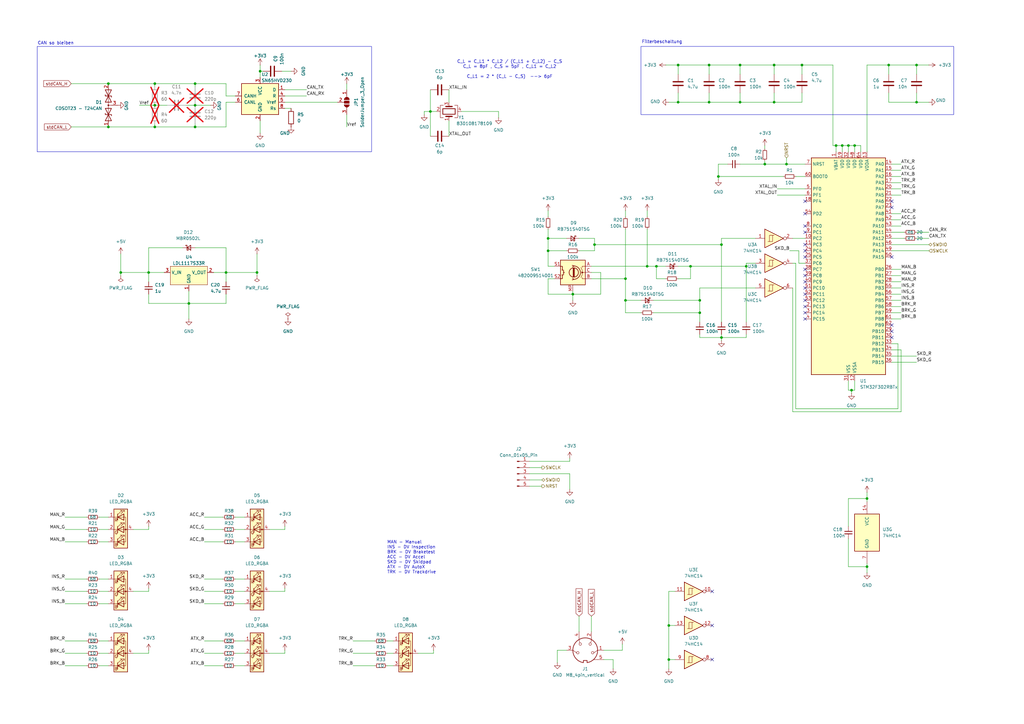
<source format=kicad_sch>
(kicad_sch
	(version 20231120)
	(generator "eeschema")
	(generator_version "8.0")
	(uuid "35ceb69b-b59c-4a43-ac67-e25ec79bb7e5")
	(paper "A3")
	
	(junction
		(at 106.68 29.21)
		(diameter 0)
		(color 0 0 0 0)
		(uuid "06e790b9-70fd-4811-8d65-ea8647339f41")
	)
	(junction
		(at 294.64 72.39)
		(diameter 0)
		(color 0 0 0 0)
		(uuid "09a100f2-38b0-4dbd-abe8-383be9dbeda3")
	)
	(junction
		(at 328.93 26.67)
		(diameter 0)
		(color 0 0 0 0)
		(uuid "0b67acfe-bd03-4fa1-8f87-9e84ef7e1171")
	)
	(junction
		(at 224.79 97.79)
		(diameter 0)
		(color 0 0 0 0)
		(uuid "15d0fada-675b-4e0a-b37e-d38921acfc58")
	)
	(junction
		(at 256.54 123.19)
		(diameter 0)
		(color 0 0 0 0)
		(uuid "18e7a4b0-6bec-4a67-9a9d-4a0b0561b584")
	)
	(junction
		(at 60.96 111.76)
		(diameter 0)
		(color 0 0 0 0)
		(uuid "1be66858-bc18-4d3c-a7be-35511c906457")
	)
	(junction
		(at 278.13 41.91)
		(diameter 0)
		(color 0 0 0 0)
		(uuid "22aa9ad9-6de8-463f-8143-ce566d46a106")
	)
	(junction
		(at 303.53 41.91)
		(diameter 0)
		(color 0 0 0 0)
		(uuid "233543c6-26c8-4b44-9300-c1507e082977")
	)
	(junction
		(at 355.6 232.41)
		(diameter 0)
		(color 0 0 0 0)
		(uuid "247d2245-468f-4e9c-a3b1-94524313418e")
	)
	(junction
		(at 317.5 41.91)
		(diameter 0)
		(color 0 0 0 0)
		(uuid "278fed69-0ff0-4ece-a189-978aa84b629c")
	)
	(junction
		(at 350.52 59.69)
		(diameter 0)
		(color 0 0 0 0)
		(uuid "280a8f75-9d52-4e70-9586-824052d9e7bf")
	)
	(junction
		(at 295.91 100.33)
		(diameter 0)
		(color 0 0 0 0)
		(uuid "2fcfe3e0-3521-45f4-b6ca-4f8ad7b70013")
	)
	(junction
		(at 274.32 270.51)
		(diameter 0)
		(color 0 0 0 0)
		(uuid "391c583a-53f3-4470-b030-abb54e4bd322")
	)
	(junction
		(at 375.92 26.67)
		(diameter 0)
		(color 0 0 0 0)
		(uuid "3a3ba188-6dba-42be-bdf3-83b4925cedc5")
	)
	(junction
		(at 234.95 120.65)
		(diameter 0)
		(color 0 0 0 0)
		(uuid "3e4bf9cf-e6f8-42f0-87ed-39c8e52354af")
	)
	(junction
		(at 322.58 67.31)
		(diameter 0)
		(color 0 0 0 0)
		(uuid "4b9b18d2-a43f-4a44-aac6-628cfe923ca6")
	)
	(junction
		(at 269.24 109.22)
		(diameter 0)
		(color 0 0 0 0)
		(uuid "4e3e3829-11da-4b65-98ca-c6942252ffb2")
	)
	(junction
		(at 345.44 59.69)
		(diameter 0)
		(color 0 0 0 0)
		(uuid "53ed53b6-2f7e-4d52-a8fe-132198074c91")
	)
	(junction
		(at 265.43 109.22)
		(diameter 0)
		(color 0 0 0 0)
		(uuid "56adb256-7d6f-42ce-92b6-f03bedd4cb6a")
	)
	(junction
		(at 303.53 26.67)
		(diameter 0)
		(color 0 0 0 0)
		(uuid "59083679-f4d2-4e56-979d-8af101f661e5")
	)
	(junction
		(at 176.53 45.72)
		(diameter 0)
		(color 0 0 0 0)
		(uuid "5ad3a88e-2788-4120-8796-b72d3bc4b78e")
	)
	(junction
		(at 295.91 138.43)
		(diameter 0)
		(color 0 0 0 0)
		(uuid "5ad593bb-f483-4ae7-bafe-9747f281fdb4")
	)
	(junction
		(at 243.84 100.33)
		(diameter 0)
		(color 0 0 0 0)
		(uuid "5ae3f48c-04b0-469a-8fbc-31f4a3015730")
	)
	(junction
		(at 77.47 124.46)
		(diameter 0)
		(color 0 0 0 0)
		(uuid "5ee94c91-04d6-4a4c-855c-cc8a2a096451")
	)
	(junction
		(at 63.5 34.29)
		(diameter 0)
		(color 0 0 0 0)
		(uuid "5ef6e988-b99a-485e-a883-98591782fdf7")
	)
	(junction
		(at 375.92 41.91)
		(diameter 0)
		(color 0 0 0 0)
		(uuid "62ead292-50a3-4d3b-bb2d-8a1172ed4fe2")
	)
	(junction
		(at 63.5 43.18)
		(diameter 0)
		(color 0 0 0 0)
		(uuid "669bc255-9fa0-46ac-912a-54237a5fb2c3")
	)
	(junction
		(at 290.83 41.91)
		(diameter 0)
		(color 0 0 0 0)
		(uuid "6bcc4f6d-7d72-4b2e-ab10-19e40985e3b4")
	)
	(junction
		(at 80.01 52.07)
		(diameter 0)
		(color 0 0 0 0)
		(uuid "72c2db07-1cfe-4a9b-acb8-3f1d27de8c5d")
	)
	(junction
		(at 224.79 102.87)
		(diameter 0)
		(color 0 0 0 0)
		(uuid "72c6fdae-45ed-4fee-9df4-a99abf694805")
	)
	(junction
		(at 290.83 26.67)
		(diameter 0)
		(color 0 0 0 0)
		(uuid "73e1323b-dea0-46a7-9e9d-e1a38d4085fc")
	)
	(junction
		(at 313.69 67.31)
		(diameter 0)
		(color 0 0 0 0)
		(uuid "7899b46a-7dfe-4709-98b6-d7c1e1a42a2d")
	)
	(junction
		(at 355.6 204.47)
		(diameter 0)
		(color 0 0 0 0)
		(uuid "79c100eb-31ce-4e60-90fa-f196a713664a")
	)
	(junction
		(at 278.13 26.67)
		(diameter 0)
		(color 0 0 0 0)
		(uuid "81d372c6-f451-4eba-b52c-d23ca32c8133")
	)
	(junction
		(at 364.49 26.67)
		(diameter 0)
		(color 0 0 0 0)
		(uuid "8215996c-3975-411d-9a0d-3dce74978fd6")
	)
	(junction
		(at 44.45 52.07)
		(diameter 0)
		(color 0 0 0 0)
		(uuid "8365d069-7fbc-435d-a78e-5905ed934102")
	)
	(junction
		(at 80.01 34.29)
		(diameter 0)
		(color 0 0 0 0)
		(uuid "83a7f19d-ded2-43cc-85f4-c26d28a15fa9")
	)
	(junction
		(at 287.02 128.27)
		(diameter 0)
		(color 0 0 0 0)
		(uuid "84d0e42a-2cde-4ea6-87fb-6016c36a80dc")
	)
	(junction
		(at 342.9 59.69)
		(diameter 0)
		(color 0 0 0 0)
		(uuid "8609391f-a50f-4916-a491-39cfa6461b2a")
	)
	(junction
		(at 63.5 52.07)
		(diameter 0)
		(color 0 0 0 0)
		(uuid "898e6e58-cb1c-422a-ab91-d4f131f50f36")
	)
	(junction
		(at 287.02 123.19)
		(diameter 0)
		(color 0 0 0 0)
		(uuid "8bae0cac-cc96-4f45-9b4c-b07bd73e3316")
	)
	(junction
		(at 256.54 114.3)
		(diameter 0)
		(color 0 0 0 0)
		(uuid "a35f2aa0-0f20-45df-bdc4-1a78abf8b45b")
	)
	(junction
		(at 49.53 111.76)
		(diameter 0)
		(color 0 0 0 0)
		(uuid "a97906b8-2550-49c6-a079-d3f9da03de81")
	)
	(junction
		(at 105.41 111.76)
		(diameter 0)
		(color 0 0 0 0)
		(uuid "aed7758a-1137-4bd1-89d3-d4dbbb53949a")
	)
	(junction
		(at 44.45 34.29)
		(diameter 0)
		(color 0 0 0 0)
		(uuid "bf16003e-6493-47ca-94bb-0b7edb0a5eda")
	)
	(junction
		(at 306.07 109.22)
		(diameter 0)
		(color 0 0 0 0)
		(uuid "d5aed32b-9ea9-4835-84c1-a09558a0cc7d")
	)
	(junction
		(at 92.71 111.76)
		(diameter 0)
		(color 0 0 0 0)
		(uuid "dcb2b52d-863c-4504-8366-5622fc73af5b")
	)
	(junction
		(at 274.32 256.54)
		(diameter 0)
		(color 0 0 0 0)
		(uuid "df338f14-20cb-4ac4-a605-8f555a518ce7")
	)
	(junction
		(at 317.5 26.67)
		(diameter 0)
		(color 0 0 0 0)
		(uuid "e0e7e8d0-b00a-42c5-b1ef-006300c19c1b")
	)
	(junction
		(at 347.98 59.69)
		(diameter 0)
		(color 0 0 0 0)
		(uuid "ec17820c-20d4-4794-80a1-49c1e6fe43c2")
	)
	(junction
		(at 349.25 160.02)
		(diameter 0)
		(color 0 0 0 0)
		(uuid "edb75a5f-5650-4472-935d-3904ad36160a")
	)
	(junction
		(at 80.01 43.18)
		(diameter 0)
		(color 0 0 0 0)
		(uuid "fe88a185-6f96-4d64-98eb-3a0e711c9eb0")
	)
	(junction
		(at 283.21 109.22)
		(diameter 0)
		(color 0 0 0 0)
		(uuid "ff70c59f-32ea-4dfb-8bfe-d0367f92e8e1")
	)
	(no_connect
		(at 330.2 110.49)
		(uuid "15ca01ed-86c4-49c8-9807-45b1516fa796")
	)
	(no_connect
		(at 330.2 128.27)
		(uuid "1ea6719f-79fa-48f8-8bb7-0d504888288b")
	)
	(no_connect
		(at 330.2 102.87)
		(uuid "1f50680d-9863-4dfa-98bd-245bf9d47370")
	)
	(no_connect
		(at 330.2 105.41)
		(uuid "2d1fa5d0-fd9c-43d0-97a9-a607ab5df96c")
	)
	(no_connect
		(at 330.2 123.19)
		(uuid "2e40340a-8fdc-453b-98f3-847a055c61f6")
	)
	(no_connect
		(at 292.1 242.57)
		(uuid "375e142a-6d3f-4f7d-8ee7-7b150a537001")
	)
	(no_connect
		(at 365.76 82.55)
		(uuid "3b7cbe00-da58-48bf-b046-9b0b8118b243")
	)
	(no_connect
		(at 330.2 82.55)
		(uuid "3d02fdac-e63a-42e9-a0b9-3526295d7e9c")
	)
	(no_connect
		(at 330.2 95.25)
		(uuid "442eb0ef-cda1-4e70-8651-cba42149abd2")
	)
	(no_connect
		(at 330.2 92.71)
		(uuid "4b0d9b58-73f3-42c7-b362-313fd353a12b")
	)
	(no_connect
		(at 365.76 138.43)
		(uuid "552f36d5-1803-4860-aa4e-64688f72f01c")
	)
	(no_connect
		(at 330.2 130.81)
		(uuid "5b2a2d25-a96d-46a8-8ab9-e2f15aee2fb0")
	)
	(no_connect
		(at 330.2 120.65)
		(uuid "74dbea47-995c-4bd9-b322-bd07ebce6fb1")
	)
	(no_connect
		(at 330.2 87.63)
		(uuid "838a2f4b-fa9e-4300-b7c6-08851a85721d")
	)
	(no_connect
		(at 365.76 133.35)
		(uuid "89f8c283-4b06-4257-8dad-f46fc4cbc129")
	)
	(no_connect
		(at 292.1 270.51)
		(uuid "8e6073bc-c598-4e01-b383-d966991ce550")
	)
	(no_connect
		(at 365.76 85.09)
		(uuid "993a5343-650c-4a10-bad4-c5880cb0b25e")
	)
	(no_connect
		(at 292.1 256.54)
		(uuid "9c8ffce1-d183-4b90-b744-1a7814555066")
	)
	(no_connect
		(at 365.76 105.41)
		(uuid "aed1ac1f-c12a-4d74-bf8f-e39ba39c7cdf")
	)
	(no_connect
		(at 330.2 113.03)
		(uuid "b5cfb336-5c98-4628-bc35-24f7f83bda21")
	)
	(no_connect
		(at 330.2 115.57)
		(uuid "b6f9d914-ac55-4f93-8ddf-33af25f519ab")
	)
	(no_connect
		(at 330.2 125.73)
		(uuid "c169e453-0172-4396-8e0a-5a3a6e7f9f9f")
	)
	(no_connect
		(at 330.2 100.33)
		(uuid "ce3bb19a-8c0e-4ecf-8c07-04a58c827950")
	)
	(no_connect
		(at 330.2 118.11)
		(uuid "e882f68d-c9e8-4d8b-b413-2d1b020e2732")
	)
	(no_connect
		(at 365.76 135.89)
		(uuid "f96339f7-6f39-4a96-a7b2-fdc255c34e2f")
	)
	(wire
		(pts
			(xy 83.82 237.49) (xy 91.44 237.49)
		)
		(stroke
			(width 0)
			(type default)
		)
		(uuid "02af569f-ad24-4e71-83ea-4a3e53773cf3")
	)
	(wire
		(pts
			(xy 106.68 26.67) (xy 106.68 29.21)
		)
		(stroke
			(width 0)
			(type default)
		)
		(uuid "02b6b732-7ece-496c-a0be-c8931ee9b9a0")
	)
	(wire
		(pts
			(xy 350.52 160.02) (xy 349.25 160.02)
		)
		(stroke
			(width 0)
			(type default)
		)
		(uuid "03a21484-d540-473c-b08a-73882a03d85c")
	)
	(wire
		(pts
			(xy 347.98 160.02) (xy 349.25 160.02)
		)
		(stroke
			(width 0)
			(type default)
		)
		(uuid "03aad967-8264-43e4-b258-325942f2a750")
	)
	(wire
		(pts
			(xy 273.05 26.67) (xy 278.13 26.67)
		)
		(stroke
			(width 0)
			(type default)
		)
		(uuid "04889c71-8ece-4625-ad80-6da15ee16bc5")
	)
	(wire
		(pts
			(xy 26.67 222.25) (xy 35.56 222.25)
		)
		(stroke
			(width 0)
			(type default)
		)
		(uuid "04ec65a8-fc44-448c-bb24-14f946df79ac")
	)
	(wire
		(pts
			(xy 63.5 34.29) (xy 63.5 35.56)
		)
		(stroke
			(width 0)
			(type default)
		)
		(uuid "0551ee83-d780-41d1-b618-a9114f56a116")
	)
	(wire
		(pts
			(xy 237.49 102.87) (xy 243.84 102.87)
		)
		(stroke
			(width 0)
			(type default)
		)
		(uuid "07acccdf-4407-4f15-8a6c-31c36ad582bf")
	)
	(wire
		(pts
			(xy 83.82 212.09) (xy 91.44 212.09)
		)
		(stroke
			(width 0)
			(type default)
		)
		(uuid "08929a6f-7f4e-4e36-afe1-a9eeffadbb95")
	)
	(wire
		(pts
			(xy 278.13 38.1) (xy 278.13 41.91)
		)
		(stroke
			(width 0)
			(type default)
		)
		(uuid "0b16282a-5fe8-4164-9979-21053700179b")
	)
	(wire
		(pts
			(xy 96.52 222.25) (xy 100.33 222.25)
		)
		(stroke
			(width 0)
			(type default)
		)
		(uuid "0cdd4a44-aa2a-4aed-9c67-777df3d47fcf")
	)
	(wire
		(pts
			(xy 364.49 26.67) (xy 375.92 26.67)
		)
		(stroke
			(width 0)
			(type default)
		)
		(uuid "0fe21b11-9cf5-4689-bf06-47de0538b2cd")
	)
	(wire
		(pts
			(xy 274.32 274.32) (xy 274.32 270.51)
		)
		(stroke
			(width 0)
			(type default)
		)
		(uuid "10bea9b9-1cf7-46d5-8468-8b61b51e559c")
	)
	(wire
		(pts
			(xy 116.84 215.9) (xy 116.84 217.17)
		)
		(stroke
			(width 0)
			(type default)
		)
		(uuid "10db2486-84a6-447a-9509-1fed6eec0739")
	)
	(wire
		(pts
			(xy 96.52 273.05) (xy 100.33 273.05)
		)
		(stroke
			(width 0)
			(type default)
		)
		(uuid "1106eef0-fa0d-4f0e-a421-f9ad7d7efe3f")
	)
	(wire
		(pts
			(xy 355.6 231.14) (xy 355.6 232.41)
		)
		(stroke
			(width 0)
			(type default)
		)
		(uuid "12697f6d-dd3d-4087-b3ea-b8153e4bebc1")
	)
	(wire
		(pts
			(xy 217.17 194.31) (xy 233.68 194.31)
		)
		(stroke
			(width 0)
			(type default)
		)
		(uuid "1351abcb-c215-46bf-a263-2e1a74313e5a")
	)
	(wire
		(pts
			(xy 40.64 262.89) (xy 44.45 262.89)
		)
		(stroke
			(width 0)
			(type default)
		)
		(uuid "1420a497-1b69-4105-a663-5b1f087bb706")
	)
	(wire
		(pts
			(xy 255.27 264.16) (xy 255.27 266.7)
		)
		(stroke
			(width 0)
			(type default)
		)
		(uuid "14f2b547-53f6-4f61-ac1a-50db9a086066")
	)
	(wire
		(pts
			(xy 262.89 128.27) (xy 256.54 128.27)
		)
		(stroke
			(width 0)
			(type default)
		)
		(uuid "170017cb-a13c-4d3f-9c6d-a60d15efc521")
	)
	(wire
		(pts
			(xy 116.84 39.37) (xy 125.73 39.37)
		)
		(stroke
			(width 0)
			(type default)
		)
		(uuid "184f8cc7-2f86-4770-90dd-4f8545756f9b")
	)
	(wire
		(pts
			(xy 294.64 67.31) (xy 298.45 67.31)
		)
		(stroke
			(width 0)
			(type default)
		)
		(uuid "1927316e-10e3-4f93-88fa-9b846373cf9d")
	)
	(wire
		(pts
			(xy 283.21 109.22) (xy 306.07 109.22)
		)
		(stroke
			(width 0)
			(type default)
		)
		(uuid "1a498e44-1fb9-4f3a-8d2a-bb6b1a3b838b")
	)
	(wire
		(pts
			(xy 57.15 43.18) (xy 63.5 43.18)
		)
		(stroke
			(width 0)
			(type default)
		)
		(uuid "1a9d794b-1d77-4ce8-9a1d-79e0c308e29b")
	)
	(wire
		(pts
			(xy 110.49 267.97) (xy 116.84 267.97)
		)
		(stroke
			(width 0)
			(type default)
		)
		(uuid "1ac05ca1-6b3a-47c2-ac55-88e7e7d6967f")
	)
	(wire
		(pts
			(xy 96.52 41.91) (xy 92.71 41.91)
		)
		(stroke
			(width 0)
			(type default)
		)
		(uuid "1ac25040-3324-4162-813c-4b734141fb29")
	)
	(wire
		(pts
			(xy 368.3 167.64) (xy 368.3 140.97)
		)
		(stroke
			(width 0)
			(type default)
		)
		(uuid "1b0e51af-fdb5-4953-88a9-c86b44fb0786")
	)
	(wire
		(pts
			(xy 267.97 128.27) (xy 287.02 128.27)
		)
		(stroke
			(width 0)
			(type default)
		)
		(uuid "1ca9ad7f-f268-433a-b164-0a3bf80a6eec")
	)
	(wire
		(pts
			(xy 40.64 237.49) (xy 44.45 237.49)
		)
		(stroke
			(width 0)
			(type default)
		)
		(uuid "1d25457b-acc4-4044-8c71-51550993ae8b")
	)
	(wire
		(pts
			(xy 369.57 72.39) (xy 365.76 72.39)
		)
		(stroke
			(width 0)
			(type default)
		)
		(uuid "1e38eb24-2871-4402-836e-72369e4660de")
	)
	(wire
		(pts
			(xy 369.57 87.63) (xy 365.76 87.63)
		)
		(stroke
			(width 0)
			(type default)
		)
		(uuid "202b6aee-fab3-45dd-916a-529c3177c33e")
	)
	(wire
		(pts
			(xy 176.53 36.83) (xy 176.53 45.72)
		)
		(stroke
			(width 0)
			(type default)
		)
		(uuid "204865d6-51c9-48e1-b532-0c4f74f28223")
	)
	(wire
		(pts
			(xy 177.8 266.7) (xy 177.8 267.97)
		)
		(stroke
			(width 0)
			(type default)
		)
		(uuid "214c81b2-4e95-4952-a38c-63e4df3c0756")
	)
	(wire
		(pts
			(xy 29.21 52.07) (xy 44.45 52.07)
		)
		(stroke
			(width 0)
			(type default)
		)
		(uuid "2276d95b-7895-4e81-9686-be9ca8dee143")
	)
	(wire
		(pts
			(xy 26.67 237.49) (xy 35.56 237.49)
		)
		(stroke
			(width 0)
			(type default)
		)
		(uuid "2295ea98-76c4-4cad-8f0c-a2e0f2906328")
	)
	(wire
		(pts
			(xy 158.75 273.05) (xy 161.29 273.05)
		)
		(stroke
			(width 0)
			(type default)
		)
		(uuid "2555c8b8-f693-41bd-a040-6d64c8288c42")
	)
	(wire
		(pts
			(xy 269.24 109.22) (xy 273.05 109.22)
		)
		(stroke
			(width 0)
			(type default)
		)
		(uuid "25996d50-e6c1-4cca-861e-c5abf0d9b380")
	)
	(wire
		(pts
			(xy 309.88 97.79) (xy 295.91 97.79)
		)
		(stroke
			(width 0)
			(type default)
		)
		(uuid "26084418-0f63-4bb9-8cd6-3d27712c8b6e")
	)
	(wire
		(pts
			(xy 217.17 199.39) (xy 222.25 199.39)
		)
		(stroke
			(width 0)
			(type default)
		)
		(uuid "26c87d6e-924f-4150-bedf-597dcc4876f2")
	)
	(wire
		(pts
			(xy 274.32 256.54) (xy 276.86 256.54)
		)
		(stroke
			(width 0)
			(type default)
		)
		(uuid "275a0114-0f86-4b6d-b643-36d0e79b6228")
	)
	(wire
		(pts
			(xy 242.57 111.76) (xy 246.38 111.76)
		)
		(stroke
			(width 0)
			(type default)
		)
		(uuid "28255f49-5cab-4ea9-9862-fa5b0c572305")
	)
	(wire
		(pts
			(xy 269.24 114.3) (xy 269.24 109.22)
		)
		(stroke
			(width 0)
			(type default)
		)
		(uuid "288f5745-e8fb-4258-9de2-a045670cda53")
	)
	(wire
		(pts
			(xy 325.12 118.11) (xy 325.12 168.91)
		)
		(stroke
			(width 0)
			(type default)
		)
		(uuid "291b18f9-507b-4fc2-b02b-e52903572250")
	)
	(wire
		(pts
			(xy 287.02 138.43) (xy 295.91 138.43)
		)
		(stroke
			(width 0)
			(type default)
		)
		(uuid "2a1731eb-40e8-4cc0-a744-c32b3794e0cf")
	)
	(wire
		(pts
			(xy 92.71 39.37) (xy 92.71 34.29)
		)
		(stroke
			(width 0)
			(type default)
		)
		(uuid "2b99c690-9f64-402c-83bc-09a5a5f87bed")
	)
	(wire
		(pts
			(xy 77.47 124.46) (xy 92.71 124.46)
		)
		(stroke
			(width 0)
			(type default)
		)
		(uuid "2bad0858-aa6f-4483-a0bf-3fff7bac3640")
	)
	(wire
		(pts
			(xy 365.76 80.01) (xy 369.57 80.01)
		)
		(stroke
			(width 0)
			(type default)
		)
		(uuid "2bfdd32a-d4c2-4fa8-87d2-7b20d596a817")
	)
	(wire
		(pts
			(xy 313.69 59.69) (xy 313.69 60.96)
		)
		(stroke
			(width 0)
			(type default)
		)
		(uuid "2c23df16-fb3d-428c-93b4-a1d91b70d9a2")
	)
	(wire
		(pts
			(xy 318.77 80.01) (xy 330.2 80.01)
		)
		(stroke
			(width 0)
			(type default)
		)
		(uuid "2c560284-8cf4-4f6d-b5cf-b508dd1400de")
	)
	(wire
		(pts
			(xy 322.58 67.31) (xy 330.2 67.31)
		)
		(stroke
			(width 0)
			(type default)
		)
		(uuid "2cd3721a-f84a-4392-a273-02e7a68732d2")
	)
	(wire
		(pts
			(xy 368.3 140.97) (xy 365.76 140.97)
		)
		(stroke
			(width 0)
			(type default)
		)
		(uuid "2d9b679e-0cb9-43c5-94fd-8e86f5108bc6")
	)
	(wire
		(pts
			(xy 369.57 92.71) (xy 365.76 92.71)
		)
		(stroke
			(width 0)
			(type default)
		)
		(uuid "2e18ccd9-5ecf-4164-9ab1-8761590de599")
	)
	(wire
		(pts
			(xy 274.32 41.91) (xy 278.13 41.91)
		)
		(stroke
			(width 0)
			(type default)
		)
		(uuid "31ed36b8-824b-4b9e-976d-ce83cd5021c7")
	)
	(wire
		(pts
			(xy 80.01 34.29) (xy 92.71 34.29)
		)
		(stroke
			(width 0)
			(type default)
		)
		(uuid "321ebcb1-77a4-43d5-a965-5da2f347ce3c")
	)
	(wire
		(pts
			(xy 355.6 232.41) (xy 355.6 234.95)
		)
		(stroke
			(width 0)
			(type default)
		)
		(uuid "3295b0ee-59fc-4022-ae2d-7ccabdfca169")
	)
	(wire
		(pts
			(xy 369.57 118.11) (xy 365.76 118.11)
		)
		(stroke
			(width 0)
			(type default)
		)
		(uuid "32a4a3ec-704d-4d80-8261-07f4e4238783")
	)
	(wire
		(pts
			(xy 251.46 270.51) (xy 247.65 270.51)
		)
		(stroke
			(width 0)
			(type default)
		)
		(uuid "3310342f-2192-41ab-9391-eb8ec8520bcc")
	)
	(wire
		(pts
			(xy 365.76 97.79) (xy 370.84 97.79)
		)
		(stroke
			(width 0)
			(type default)
		)
		(uuid "33b33ad8-aeed-441f-8b1a-d76ea294931b")
	)
	(wire
		(pts
			(xy 278.13 109.22) (xy 283.21 109.22)
		)
		(stroke
			(width 0)
			(type default)
		)
		(uuid "33eab38d-3cf3-4298-8ede-7fe91c73d002")
	)
	(wire
		(pts
			(xy 234.95 120.65) (xy 234.95 123.19)
		)
		(stroke
			(width 0)
			(type default)
		)
		(uuid "3430c58b-816b-4722-9c47-649ffd4238b6")
	)
	(wire
		(pts
			(xy 369.57 113.03) (xy 365.76 113.03)
		)
		(stroke
			(width 0)
			(type default)
		)
		(uuid "349697bf-9300-433a-8a9a-b8e23c6923d2")
	)
	(wire
		(pts
			(xy 365.76 100.33) (xy 381 100.33)
		)
		(stroke
			(width 0)
			(type default)
		)
		(uuid "34f34f02-c839-422d-9844-815fcd5e347d")
	)
	(wire
		(pts
			(xy 106.68 29.21) (xy 107.95 29.21)
		)
		(stroke
			(width 0)
			(type default)
		)
		(uuid "362f1bdd-8584-415b-962f-09e0bf332251")
	)
	(wire
		(pts
			(xy 243.84 97.79) (xy 243.84 100.33)
		)
		(stroke
			(width 0)
			(type default)
		)
		(uuid "36590922-c56d-46b7-b4be-ccf1caafe615")
	)
	(wire
		(pts
			(xy 294.64 72.39) (xy 294.64 67.31)
		)
		(stroke
			(width 0)
			(type default)
		)
		(uuid "3895f61c-5a4f-49da-ac3f-1474b7528e15")
	)
	(wire
		(pts
			(xy 40.64 212.09) (xy 44.45 212.09)
		)
		(stroke
			(width 0)
			(type default)
		)
		(uuid "389ad848-4a0b-451f-a093-ea102cddea62")
	)
	(wire
		(pts
			(xy 116.84 41.91) (xy 138.43 41.91)
		)
		(stroke
			(width 0)
			(type default)
		)
		(uuid "39432097-0ede-45e1-ad99-1905d106ba7a")
	)
	(wire
		(pts
			(xy 355.6 26.67) (xy 355.6 62.23)
		)
		(stroke
			(width 0)
			(type default)
		)
		(uuid "3a1e0af9-7e29-48be-b82c-f635dcdf8345")
	)
	(wire
		(pts
			(xy 74.93 101.6) (xy 60.96 101.6)
		)
		(stroke
			(width 0)
			(type default)
		)
		(uuid "3aae2fe5-744b-4d4f-a147-5554f4f7417b")
	)
	(wire
		(pts
			(xy 328.93 30.48) (xy 328.93 26.67)
		)
		(stroke
			(width 0)
			(type default)
		)
		(uuid "3b498af6-1cb0-4ade-a355-3826869fd5e8")
	)
	(wire
		(pts
			(xy 303.53 26.67) (xy 303.53 30.48)
		)
		(stroke
			(width 0)
			(type default)
		)
		(uuid "3bc86ea3-a81f-4543-9ed6-4a710b9520f0")
	)
	(wire
		(pts
			(xy 237.49 252.73) (xy 237.49 259.08)
		)
		(stroke
			(width 0)
			(type default)
		)
		(uuid "3bedfa18-5156-493d-9402-9008e42b4814")
	)
	(wire
		(pts
			(xy 290.83 26.67) (xy 303.53 26.67)
		)
		(stroke
			(width 0)
			(type default)
		)
		(uuid "3d76804e-e3e1-435a-8d46-047bb8f0be18")
	)
	(wire
		(pts
			(xy 176.53 45.72) (xy 179.07 45.72)
		)
		(stroke
			(width 0)
			(type default)
		)
		(uuid "3dcd2dc7-4c11-4eb4-8b33-0b59804cd74a")
	)
	(wire
		(pts
			(xy 76.2 43.18) (xy 80.01 43.18)
		)
		(stroke
			(width 0)
			(type default)
		)
		(uuid "3e4af2f5-fbe7-4434-a6d8-2c00fe8b935f")
	)
	(wire
		(pts
			(xy 295.91 137.16) (xy 295.91 138.43)
		)
		(stroke
			(width 0)
			(type default)
		)
		(uuid "3f51424a-a9a2-4dbb-9593-2695ccff564f")
	)
	(wire
		(pts
			(xy 106.68 29.21) (xy 106.68 31.75)
		)
		(stroke
			(width 0)
			(type default)
		)
		(uuid "3fadac26-b3b0-43a7-a729-1697411d9f88")
	)
	(wire
		(pts
			(xy 144.78 262.89) (xy 153.67 262.89)
		)
		(stroke
			(width 0)
			(type default)
		)
		(uuid "406606fe-fa56-4ea7-9e83-e8ee2efb228d")
	)
	(wire
		(pts
			(xy 60.96 111.76) (xy 49.53 111.76)
		)
		(stroke
			(width 0)
			(type default)
		)
		(uuid "40b4b9b7-587e-49a4-896d-3b58679f91a0")
	)
	(wire
		(pts
			(xy 26.67 273.05) (xy 35.56 273.05)
		)
		(stroke
			(width 0)
			(type default)
		)
		(uuid "426367fe-94c6-4791-ab48-ae5d6b80207a")
	)
	(wire
		(pts
			(xy 274.32 270.51) (xy 276.86 270.51)
		)
		(stroke
			(width 0)
			(type default)
		)
		(uuid "4301cf3d-740a-4a58-9e61-91c7c3f67b7e")
	)
	(wire
		(pts
			(xy 287.02 118.11) (xy 287.02 123.19)
		)
		(stroke
			(width 0)
			(type default)
		)
		(uuid "432b8aaf-e433-4d62-9349-fd010841e191")
	)
	(wire
		(pts
			(xy 369.57 115.57) (xy 365.76 115.57)
		)
		(stroke
			(width 0)
			(type default)
		)
		(uuid "43980129-0c68-48b7-b7ae-f43f193a0dd6")
	)
	(wire
		(pts
			(xy 294.64 73.66) (xy 294.64 72.39)
		)
		(stroke
			(width 0)
			(type default)
		)
		(uuid "465f41ad-b2a9-45f6-8cb5-420aae998470")
	)
	(wire
		(pts
			(xy 243.84 102.87) (xy 243.84 100.33)
		)
		(stroke
			(width 0)
			(type default)
		)
		(uuid "46b3c26f-4534-4e81-b972-cd1976ba825d")
	)
	(wire
		(pts
			(xy 40.64 273.05) (xy 44.45 273.05)
		)
		(stroke
			(width 0)
			(type default)
		)
		(uuid "46d676d0-b2ab-41c8-9d9d-a5dddfb134a8")
	)
	(wire
		(pts
			(xy 295.91 100.33) (xy 295.91 132.08)
		)
		(stroke
			(width 0)
			(type default)
		)
		(uuid "48b27bd3-ca76-438b-a761-68c01519e974")
	)
	(wire
		(pts
			(xy 364.49 26.67) (xy 364.49 30.48)
		)
		(stroke
			(width 0)
			(type default)
		)
		(uuid "4a5f17f5-1d0b-4978-98bb-5580589f465d")
	)
	(wire
		(pts
			(xy 274.32 256.54) (xy 274.32 242.57)
		)
		(stroke
			(width 0)
			(type default)
		)
		(uuid "4b5c817f-2129-4331-9c06-5ca9be15672a")
	)
	(wire
		(pts
			(xy 26.67 212.09) (xy 35.56 212.09)
		)
		(stroke
			(width 0)
			(type default)
		)
		(uuid "4ce83f3d-6f22-454f-867f-5427b82e2821")
	)
	(wire
		(pts
			(xy 144.78 273.05) (xy 153.67 273.05)
		)
		(stroke
			(width 0)
			(type default)
		)
		(uuid "4dd5e91c-25d8-496c-86de-0634776daf13")
	)
	(wire
		(pts
			(xy 274.32 270.51) (xy 274.32 256.54)
		)
		(stroke
			(width 0)
			(type default)
		)
		(uuid "4df142b8-3234-45b6-ba58-fae25392d176")
	)
	(wire
		(pts
			(xy 116.84 36.83) (xy 125.73 36.83)
		)
		(stroke
			(width 0)
			(type default)
		)
		(uuid "4df9e7d8-24df-462c-aeb1-d39d4164840a")
	)
	(wire
		(pts
			(xy 303.53 67.31) (xy 313.69 67.31)
		)
		(stroke
			(width 0)
			(type default)
		)
		(uuid "4e4bfe27-3b11-4b4a-9680-b32f3157fd47")
	)
	(wire
		(pts
			(xy 287.02 137.16) (xy 287.02 138.43)
		)
		(stroke
			(width 0)
			(type default)
		)
		(uuid "4ebea076-41b1-419f-8d10-35add0bb5c80")
	)
	(wire
		(pts
			(xy 313.69 66.04) (xy 313.69 67.31)
		)
		(stroke
			(width 0)
			(type default)
		)
		(uuid "4ed848e6-1a4e-4924-aea0-e01234e55904")
	)
	(wire
		(pts
			(xy 60.96 266.7) (xy 60.96 267.97)
		)
		(stroke
			(width 0)
			(type default)
		)
		(uuid "4edca988-6b0e-4e5b-9bf9-52790c65d981")
	)
	(wire
		(pts
			(xy 29.21 34.29) (xy 44.45 34.29)
		)
		(stroke
			(width 0)
			(type default)
		)
		(uuid "4f108ce7-9054-4cf1-8f99-3a21073f1f15")
	)
	(wire
		(pts
			(xy 83.82 262.89) (xy 91.44 262.89)
		)
		(stroke
			(width 0)
			(type default)
		)
		(uuid "50853e10-4fff-4ce8-a37e-b9df59f2c9cc")
	)
	(wire
		(pts
			(xy 317.5 41.91) (xy 328.93 41.91)
		)
		(stroke
			(width 0)
			(type default)
		)
		(uuid "51773dd4-109a-4bd4-b9d8-6717b8bc6f41")
	)
	(wire
		(pts
			(xy 217.17 191.77) (xy 222.25 191.77)
		)
		(stroke
			(width 0)
			(type default)
		)
		(uuid "52595c11-d5a6-4ab8-b213-080f9c6ec264")
	)
	(wire
		(pts
			(xy 228.6 266.7) (xy 232.41 266.7)
		)
		(stroke
			(width 0)
			(type default)
		)
		(uuid "52704085-eb86-4538-a1ff-4b9a37b3a615")
	)
	(wire
		(pts
			(xy 317.5 26.67) (xy 328.93 26.67)
		)
		(stroke
			(width 0)
			(type default)
		)
		(uuid "55b31225-ef71-4ec7-b0a0-baf5125ba79f")
	)
	(wire
		(pts
			(xy 246.38 111.76) (xy 246.38 120.65)
		)
		(stroke
			(width 0)
			(type default)
		)
		(uuid "56eac5a5-d90f-4bfb-9fc9-747f289e7e12")
	)
	(wire
		(pts
			(xy 325.12 168.91) (xy 369.57 168.91)
		)
		(stroke
			(width 0)
			(type default)
		)
		(uuid "573becb4-fec7-4ffc-b706-c7ac1404efba")
	)
	(wire
		(pts
			(xy 63.5 43.18) (xy 68.58 43.18)
		)
		(stroke
			(width 0)
			(type default)
		)
		(uuid "57f9d6f6-4e54-4357-bc01-cfd72012b65a")
	)
	(wire
		(pts
			(xy 290.83 41.91) (xy 290.83 38.1)
		)
		(stroke
			(width 0)
			(type default)
		)
		(uuid "5cd1b2e8-3e07-4e89-be55-7cb6057b9072")
	)
	(wire
		(pts
			(xy 313.69 67.31) (xy 322.58 67.31)
		)
		(stroke
			(width 0)
			(type default)
		)
		(uuid "5cf196d7-9832-4d46-bd09-176390f111c0")
	)
	(wire
		(pts
			(xy 306.07 107.95) (xy 306.07 109.22)
		)
		(stroke
			(width 0)
			(type default)
		)
		(uuid "5cf3e382-b5c3-4bd7-83a4-b0bc1cf10f25")
	)
	(wire
		(pts
			(xy 83.82 247.65) (xy 91.44 247.65)
		)
		(stroke
			(width 0)
			(type default)
		)
		(uuid "5d2d6658-4af3-4a9a-8299-b7f1ff81544f")
	)
	(wire
		(pts
			(xy 217.17 196.85) (xy 222.25 196.85)
		)
		(stroke
			(width 0)
			(type default)
		)
		(uuid "5e6272da-22af-441d-9eea-66062a20eed7")
	)
	(wire
		(pts
			(xy 265.43 93.98) (xy 265.43 109.22)
		)
		(stroke
			(width 0)
			(type default)
		)
		(uuid "6132254a-3336-402a-a2c8-8ac8ee47311e")
	)
	(wire
		(pts
			(xy 116.84 44.45) (xy 119.38 44.45)
		)
		(stroke
			(width 0)
			(type default)
		)
		(uuid "61b502c4-2485-4ac6-8dba-9a4d55c93488")
	)
	(wire
		(pts
			(xy 243.84 100.33) (xy 295.91 100.33)
		)
		(stroke
			(width 0)
			(type default)
		)
		(uuid "63c0dcbb-6f2a-4cde-85cb-72f4fe6f7b6a")
	)
	(wire
		(pts
			(xy 278.13 114.3) (xy 283.21 114.3)
		)
		(stroke
			(width 0)
			(type default)
		)
		(uuid "649fd843-c66f-485a-b0e4-14239fd6beb1")
	)
	(wire
		(pts
			(xy 83.82 222.25) (xy 91.44 222.25)
		)
		(stroke
			(width 0)
			(type default)
		)
		(uuid "66640fd6-7951-49e4-b5bd-08ddef766925")
	)
	(wire
		(pts
			(xy 119.38 29.21) (xy 115.57 29.21)
		)
		(stroke
			(width 0)
			(type default)
		)
		(uuid "67929441-6687-47bc-922e-271a3e344d82")
	)
	(wire
		(pts
			(xy 60.96 215.9) (xy 60.96 217.17)
		)
		(stroke
			(width 0)
			(type default)
		)
		(uuid "6a35fc60-2cf2-45ab-bd44-bac5ec8090c0")
	)
	(wire
		(pts
			(xy 237.49 97.79) (xy 243.84 97.79)
		)
		(stroke
			(width 0)
			(type default)
		)
		(uuid "6b9f505e-d40f-4dcf-96f6-52fc95d8a051")
	)
	(wire
		(pts
			(xy 233.68 187.96) (xy 233.68 189.23)
		)
		(stroke
			(width 0)
			(type default)
		)
		(uuid "6ba61e02-5349-4055-bcc5-4e30dcb3995b")
	)
	(wire
		(pts
			(xy 116.84 266.7) (xy 116.84 267.97)
		)
		(stroke
			(width 0)
			(type default)
		)
		(uuid "6d50ca8a-e9c2-4fd5-9f50-2053b35a7906")
	)
	(wire
		(pts
			(xy 327.66 102.87) (xy 327.66 107.95)
		)
		(stroke
			(width 0)
			(type default)
		)
		(uuid "6db60337-ed41-46d7-a54f-2c87362de700")
	)
	(wire
		(pts
			(xy 365.76 77.47) (xy 369.57 77.47)
		)
		(stroke
			(width 0)
			(type default)
		)
		(uuid "6dbbc826-97f0-47c4-9086-3707a08879bf")
	)
	(wire
		(pts
			(xy 375.92 30.48) (xy 375.92 26.67)
		)
		(stroke
			(width 0)
			(type default)
		)
		(uuid "6df74b3c-8fb1-4d59-b0ac-f9144a79dd95")
	)
	(wire
		(pts
			(xy 256.54 93.98) (xy 256.54 114.3)
		)
		(stroke
			(width 0)
			(type default)
		)
		(uuid "6ec6724f-b023-4ec3-9ff0-124ce0bec739")
	)
	(wire
		(pts
			(xy 350.52 59.69) (xy 350.52 62.23)
		)
		(stroke
			(width 0)
			(type default)
		)
		(uuid "6f42a87b-688c-4403-acce-cd966dc4ac16")
	)
	(wire
		(pts
			(xy 144.78 267.97) (xy 153.67 267.97)
		)
		(stroke
			(width 0)
			(type default)
		)
		(uuid "7288b71b-39da-49ac-ad20-726e530efb4a")
	)
	(wire
		(pts
			(xy 63.5 34.29) (xy 80.01 34.29)
		)
		(stroke
			(width 0)
			(type default)
		)
		(uuid "73b2173e-d621-4c1f-8cfd-1c34e85f8a94")
	)
	(wire
		(pts
			(xy 224.79 97.79) (xy 224.79 102.87)
		)
		(stroke
			(width 0)
			(type default)
		)
		(uuid "755a68e5-97bf-43d5-a721-c2044379e39d")
	)
	(wire
		(pts
			(xy 92.71 111.76) (xy 92.71 115.57)
		)
		(stroke
			(width 0)
			(type default)
		)
		(uuid "786fe70a-dfb4-452c-b26a-50c83631f854")
	)
	(wire
		(pts
			(xy 26.67 217.17) (xy 35.56 217.17)
		)
		(stroke
			(width 0)
			(type default)
		)
		(uuid "78ad3c87-9349-4037-8ce3-b78d1e506da9")
	)
	(wire
		(pts
			(xy 60.96 124.46) (xy 77.47 124.46)
		)
		(stroke
			(width 0)
			(type default)
		)
		(uuid "790ec93a-3074-4aed-a97e-b0750cc5705e")
	)
	(wire
		(pts
			(xy 67.31 111.76) (xy 60.96 111.76)
		)
		(stroke
			(width 0)
			(type default)
		)
		(uuid "797b95df-83e3-407c-9828-4df2c339d595")
	)
	(wire
		(pts
			(xy 342.9 59.69) (xy 341.63 59.69)
		)
		(stroke
			(width 0)
			(type default)
		)
		(uuid "79f9c956-30ca-45bf-a332-b1ff719a863b")
	)
	(wire
		(pts
			(xy 96.52 242.57) (xy 100.33 242.57)
		)
		(stroke
			(width 0)
			(type default)
		)
		(uuid "7a36dfa6-940e-41f8-a907-303b070c13c1")
	)
	(wire
		(pts
			(xy 96.52 267.97) (xy 100.33 267.97)
		)
		(stroke
			(width 0)
			(type default)
		)
		(uuid "7a8d183c-34f3-4832-9c88-562a5eaf27c2")
	)
	(wire
		(pts
			(xy 242.57 114.3) (xy 256.54 114.3)
		)
		(stroke
			(width 0)
			(type default)
		)
		(uuid "7d99f259-10a9-4cd1-bee0-6484c829a40d")
	)
	(wire
		(pts
			(xy 375.92 38.1) (xy 375.92 41.91)
		)
		(stroke
			(width 0)
			(type default)
		)
		(uuid "7df862c1-67bc-4b75-aabc-7d2ac371d090")
	)
	(wire
		(pts
			(xy 303.53 26.67) (xy 317.5 26.67)
		)
		(stroke
			(width 0)
			(type default)
		)
		(uuid "7ef80035-cee6-4bf7-a076-022557f07d44")
	)
	(wire
		(pts
			(xy 49.53 113.03) (xy 49.53 111.76)
		)
		(stroke
			(width 0)
			(type default)
		)
		(uuid "7f951a2a-15b2-4f51-8287-6601fd75a0c6")
	)
	(wire
		(pts
			(xy 40.64 247.65) (xy 44.45 247.65)
		)
		(stroke
			(width 0)
			(type default)
		)
		(uuid "7fbf5d77-03f3-4f8c-874c-618ac3f0542b")
	)
	(wire
		(pts
			(xy 96.52 237.49) (xy 100.33 237.49)
		)
		(stroke
			(width 0)
			(type default)
		)
		(uuid "8016fb7b-40a8-43b1-98b9-1c9e6e76e0ab")
	)
	(wire
		(pts
			(xy 355.6 26.67) (xy 364.49 26.67)
		)
		(stroke
			(width 0)
			(type default)
		)
		(uuid "80408c62-71d8-4805-9695-e2e1d5e69163")
	)
	(wire
		(pts
			(xy 234.95 119.38) (xy 234.95 120.65)
		)
		(stroke
			(width 0)
			(type default)
		)
		(uuid "80b76cb3-7a32-4ae5-ac02-2cb9e3599642")
	)
	(wire
		(pts
			(xy 306.07 138.43) (xy 295.91 138.43)
		)
		(stroke
			(width 0)
			(type default)
		)
		(uuid "816fbe3d-b4dd-4bd7-be4a-224340321a1b")
	)
	(wire
		(pts
			(xy 80.01 50.8) (xy 80.01 52.07)
		)
		(stroke
			(width 0)
			(type default)
		)
		(uuid "81755fc2-ff29-442f-ad05-f0771f305df8")
	)
	(wire
		(pts
			(xy 173.99 45.72) (xy 176.53 45.72)
		)
		(stroke
			(width 0)
			(type default)
		)
		(uuid "83621001-b80c-4ec9-843a-1ba2e1fcadf5")
	)
	(wire
		(pts
			(xy 317.5 38.1) (xy 317.5 41.91)
		)
		(stroke
			(width 0)
			(type default)
		)
		(uuid "84aa8b55-24b4-4993-8498-320684c0b59a")
	)
	(wire
		(pts
			(xy 273.05 114.3) (xy 269.24 114.3)
		)
		(stroke
			(width 0)
			(type default)
		)
		(uuid "8701abe3-c550-4c10-abb5-d22b64ee246c")
	)
	(wire
		(pts
			(xy 347.98 59.69) (xy 345.44 59.69)
		)
		(stroke
			(width 0)
			(type default)
		)
		(uuid "8758c2ab-0806-437d-87e1-838c7a46a54e")
	)
	(wire
		(pts
			(xy 255.27 266.7) (xy 247.65 266.7)
		)
		(stroke
			(width 0)
			(type default)
		)
		(uuid "876e2362-e6a1-4093-8ed4-b761bc29880b")
	)
	(wire
		(pts
			(xy 347.98 220.98) (xy 347.98 232.41)
		)
		(stroke
			(width 0)
			(type default)
		)
		(uuid "89303df9-d943-4d0f-bc3c-b0b775926c77")
	)
	(wire
		(pts
			(xy 256.54 114.3) (xy 256.54 123.19)
		)
		(stroke
			(width 0)
			(type default)
		)
		(uuid "893a2435-dd17-4efc-a977-7fc4c8e15291")
	)
	(wire
		(pts
			(xy 365.76 95.25) (xy 370.84 95.25)
		)
		(stroke
			(width 0)
			(type default)
		)
		(uuid "89e30513-63c7-49b5-b539-e210defed161")
	)
	(wire
		(pts
			(xy 26.67 262.89) (xy 35.56 262.89)
		)
		(stroke
			(width 0)
			(type default)
		)
		(uuid "89fc5f10-ba1d-4829-bbd0-4f55cdb1fc4b")
	)
	(wire
		(pts
			(xy 83.82 242.57) (xy 91.44 242.57)
		)
		(stroke
			(width 0)
			(type default)
		)
		(uuid "8a3d6d54-8291-4280-a3a0-73b6c3bec37d")
	)
	(wire
		(pts
			(xy 265.43 86.36) (xy 265.43 88.9)
		)
		(stroke
			(width 0)
			(type default)
		)
		(uuid "8a5ed1ee-beaa-4b92-9a97-471ceebe8dcf")
	)
	(wire
		(pts
			(xy 83.82 267.97) (xy 91.44 267.97)
		)
		(stroke
			(width 0)
			(type default)
		)
		(uuid "8a9bddfb-473c-406b-8e40-70078e472b6f")
	)
	(wire
		(pts
			(xy 381 26.67) (xy 375.92 26.67)
		)
		(stroke
			(width 0)
			(type default)
		)
		(uuid "8b275470-1e6b-44dd-958c-3ec578553de8")
	)
	(wire
		(pts
			(xy 326.39 72.39) (xy 330.2 72.39)
		)
		(stroke
			(width 0)
			(type default)
		)
		(uuid "8b75c45b-df96-46ab-a0e0-a843b7b49ff1")
	)
	(wire
		(pts
			(xy 40.64 242.57) (xy 44.45 242.57)
		)
		(stroke
			(width 0)
			(type default)
		)
		(uuid "8bca05d3-1600-40a2-a678-9468776b3ae2")
	)
	(wire
		(pts
			(xy 326.39 167.64) (xy 368.3 167.64)
		)
		(stroke
			(width 0)
			(type default)
		)
		(uuid "8cc9077d-f4a5-41b0-a1a4-ded9fde9db9c")
	)
	(wire
		(pts
			(xy 228.6 266.7) (xy 228.6 271.78)
		)
		(stroke
			(width 0)
			(type default)
		)
		(uuid "8d5afcf8-d457-404a-aafa-556b62f0c9b8")
	)
	(wire
		(pts
			(xy 83.82 273.05) (xy 91.44 273.05)
		)
		(stroke
			(width 0)
			(type default)
		)
		(uuid "8e0c6d42-527e-4e0b-a269-2185863536ea")
	)
	(wire
		(pts
			(xy 295.91 138.43) (xy 295.91 139.7)
		)
		(stroke
			(width 0)
			(type default)
		)
		(uuid "8fb7c02d-b0e6-4c49-8800-ee9b767602ab")
	)
	(wire
		(pts
			(xy 106.68 49.53) (xy 106.68 54.61)
		)
		(stroke
			(width 0)
			(type default)
		)
		(uuid "908b056a-cc97-49be-8a90-98172cd01216")
	)
	(wire
		(pts
			(xy 77.47 124.46) (xy 77.47 130.81)
		)
		(stroke
			(width 0)
			(type default)
		)
		(uuid "90bf98a4-c1da-4ada-9b9e-c752156c4df8")
	)
	(wire
		(pts
			(xy 110.49 242.57) (xy 116.84 242.57)
		)
		(stroke
			(width 0)
			(type default)
		)
		(uuid "914f7ea6-5958-4ada-8dcc-fa9a5715fd5a")
	)
	(wire
		(pts
			(xy 375.92 97.79) (xy 381 97.79)
		)
		(stroke
			(width 0)
			(type default)
		)
		(uuid "91aadb86-6b9c-42e4-8ef6-8766ba5c2928")
	)
	(wire
		(pts
			(xy 184.15 49.53) (xy 184.15 55.88)
		)
		(stroke
			(width 0)
			(type default)
		)
		(uuid "92cd7be3-e780-4592-a651-44e18d6ec09a")
	)
	(wire
		(pts
			(xy 369.57 143.51) (xy 365.76 143.51)
		)
		(stroke
			(width 0)
			(type default)
		)
		(uuid "92e8bdb8-ff5c-4252-9ce3-7040559adc6c")
	)
	(wire
		(pts
			(xy 92.71 101.6) (xy 92.71 111.76)
		)
		(stroke
			(width 0)
			(type default)
		)
		(uuid "94bb928c-a14b-46bb-8f88-47bae3743af8")
	)
	(wire
		(pts
			(xy 294.64 72.39) (xy 321.31 72.39)
		)
		(stroke
			(width 0)
			(type default)
		)
		(uuid "95b25282-2c74-4914-8801-ea049f4296e9")
	)
	(wire
		(pts
			(xy 242.57 109.22) (xy 265.43 109.22)
		)
		(stroke
			(width 0)
			(type default)
		)
		(uuid "9639d008-c730-4948-99f2-0b45ccc8fef0")
	)
	(wire
		(pts
			(xy 381 41.91) (xy 375.92 41.91)
		)
		(stroke
			(width 0)
			(type default)
		)
		(uuid "975c8cd9-9208-4f0e-b085-3a6b9bdf845e")
	)
	(wire
		(pts
			(xy 369.57 67.31) (xy 365.76 67.31)
		)
		(stroke
			(width 0)
			(type default)
		)
		(uuid "982e4605-a40e-4162-bfd8-957a670b7510")
	)
	(wire
		(pts
			(xy 158.75 267.97) (xy 161.29 267.97)
		)
		(stroke
			(width 0)
			(type default)
		)
		(uuid "9861a61c-38a0-498f-98d4-cc54a60d34ee")
	)
	(wire
		(pts
			(xy 83.82 217.17) (xy 91.44 217.17)
		)
		(stroke
			(width 0)
			(type default)
		)
		(uuid "992d5156-632c-4766-ba58-d1c4f6755184")
	)
	(wire
		(pts
			(xy 256.54 123.19) (xy 262.89 123.19)
		)
		(stroke
			(width 0)
			(type default)
		)
		(uuid "9ba0fb1c-f6db-4276-bf09-3d2921b12364")
	)
	(wire
		(pts
			(xy 224.79 102.87) (xy 224.79 109.22)
		)
		(stroke
			(width 0)
			(type default)
		)
		(uuid "9ba4a897-da06-4ead-8990-233e499adeb8")
	)
	(wire
		(pts
			(xy 345.44 59.69) (xy 342.9 59.69)
		)
		(stroke
			(width 0)
			(type default)
		)
		(uuid "9bb8e17f-a1b2-44f5-957b-828275511d8b")
	)
	(wire
		(pts
			(xy 369.57 120.65) (xy 365.76 120.65)
		)
		(stroke
			(width 0)
			(type default)
		)
		(uuid "9bddb8a9-cbf6-479c-858f-8801e16c582f")
	)
	(wire
		(pts
			(xy 322.58 64.77) (xy 322.58 67.31)
		)
		(stroke
			(width 0)
			(type default)
		)
		(uuid "9ca205ad-521b-455e-b523-9a2dd4bbeb7e")
	)
	(wire
		(pts
			(xy 171.45 267.97) (xy 177.8 267.97)
		)
		(stroke
			(width 0)
			(type default)
		)
		(uuid "9d61debe-95b3-492a-995d-4fb0dc0012a9")
	)
	(wire
		(pts
			(xy 342.9 59.69) (xy 342.9 62.23)
		)
		(stroke
			(width 0)
			(type default)
		)
		(uuid "9deeafc0-2873-4ee8-976d-15b20b7f6d57")
	)
	(wire
		(pts
			(xy 328.93 26.67) (xy 341.63 26.67)
		)
		(stroke
			(width 0)
			(type default)
		)
		(uuid "9e599c6c-d2b2-4eb7-a8b5-369108230cda")
	)
	(wire
		(pts
			(xy 92.71 124.46) (xy 92.71 120.65)
		)
		(stroke
			(width 0)
			(type default)
		)
		(uuid "9edb81a0-9ef4-4b4c-b559-63b42085c9cb")
	)
	(wire
		(pts
			(xy 49.53 111.76) (xy 49.53 104.14)
		)
		(stroke
			(width 0)
			(type default)
		)
		(uuid "a093f5c6-9a3d-4082-89d7-2e20985f08c1")
	)
	(wire
		(pts
			(xy 347.98 59.69) (xy 347.98 62.23)
		)
		(stroke
			(width 0)
			(type default)
		)
		(uuid "a2008d2f-192a-4578-87f2-3a5fa49389c7")
	)
	(wire
		(pts
			(xy 96.52 212.09) (xy 100.33 212.09)
		)
		(stroke
			(width 0)
			(type default)
		)
		(uuid "a574d1ce-84ad-45f8-a7df-678c2a0520ad")
	)
	(wire
		(pts
			(xy 283.21 114.3) (xy 283.21 109.22)
		)
		(stroke
			(width 0)
			(type default)
		)
		(uuid "a5776020-bd10-4d8b-9a4b-9334352d416e")
	)
	(wire
		(pts
			(xy 326.39 107.95) (xy 326.39 167.64)
		)
		(stroke
			(width 0)
			(type default)
		)
		(uuid "a679394b-20a6-4c56-946e-b518de4129ae")
	)
	(wire
		(pts
			(xy 176.53 45.72) (xy 176.53 55.88)
		)
		(stroke
			(width 0)
			(type default)
		)
		(uuid "a6e6e66c-5818-4feb-8673-88366b8762ae")
	)
	(wire
		(pts
			(xy 303.53 41.91) (xy 317.5 41.91)
		)
		(stroke
			(width 0)
			(type default)
		)
		(uuid "a6febab2-1d8a-4ffa-99e6-82271d8ebce3")
	)
	(wire
		(pts
			(xy 278.13 26.67) (xy 290.83 26.67)
		)
		(stroke
			(width 0)
			(type default)
		)
		(uuid "a8139f2d-3e24-48de-99f1-4645571bb75c")
	)
	(wire
		(pts
			(xy 375.92 95.25) (xy 381 95.25)
		)
		(stroke
			(width 0)
			(type default)
		)
		(uuid "a9af5048-e462-4799-994d-34b37a54532b")
	)
	(wire
		(pts
			(xy 369.57 90.17) (xy 365.76 90.17)
		)
		(stroke
			(width 0)
			(type default)
		)
		(uuid "a9cb5eda-de26-4b48-8164-5537aa6e4eaf")
	)
	(wire
		(pts
			(xy 224.79 102.87) (xy 232.41 102.87)
		)
		(stroke
			(width 0)
			(type default)
		)
		(uuid "aa09857f-edd6-416f-bb67-c67eb5b4f77f")
	)
	(wire
		(pts
			(xy 290.83 26.67) (xy 290.83 30.48)
		)
		(stroke
			(width 0)
			(type default)
		)
		(uuid "aa1ae666-fb18-42a1-a37c-c89e268a9467")
	)
	(wire
		(pts
			(xy 347.98 156.21) (xy 347.98 160.02)
		)
		(stroke
			(width 0)
			(type default)
		)
		(uuid "aa653c61-b026-43b1-ad09-723d1fc14648")
	)
	(wire
		(pts
			(xy 306.07 137.16) (xy 306.07 138.43)
		)
		(stroke
			(width 0)
			(type default)
		)
		(uuid "aa79a8c5-3f86-43d3-8e40-35956de40197")
	)
	(wire
		(pts
			(xy 365.76 148.59) (xy 375.92 148.59)
		)
		(stroke
			(width 0)
			(type default)
		)
		(uuid "aa9c3c8d-3d18-4658-921b-e3f98f9ba20d")
	)
	(wire
		(pts
			(xy 365.76 102.87) (xy 381 102.87)
		)
		(stroke
			(width 0)
			(type default)
		)
		(uuid "aaeb874c-0561-4289-9ab3-2f5e1d9d2e4c")
	)
	(wire
		(pts
			(xy 265.43 109.22) (xy 269.24 109.22)
		)
		(stroke
			(width 0)
			(type default)
		)
		(uuid "ab586632-353f-42be-8e74-8854991598be")
	)
	(wire
		(pts
			(xy 303.53 41.91) (xy 290.83 41.91)
		)
		(stroke
			(width 0)
			(type default)
		)
		(uuid "ab81f57c-6a72-48dc-a3c6-0afbf702fc62")
	)
	(wire
		(pts
			(xy 189.23 45.72) (xy 204.47 45.72)
		)
		(stroke
			(width 0)
			(type default)
		)
		(uuid "aca7dfaf-0885-4d7f-b6bb-84da6c8ca95b")
	)
	(wire
		(pts
			(xy 327.66 107.95) (xy 330.2 107.95)
		)
		(stroke
			(width 0)
			(type default)
		)
		(uuid "ad7e4c7f-daf6-4741-b96a-687caca9e996")
	)
	(wire
		(pts
			(xy 96.52 39.37) (xy 92.71 39.37)
		)
		(stroke
			(width 0)
			(type default)
		)
		(uuid "aeb166e4-9c41-45fc-9a9b-bd43e8f165de")
	)
	(wire
		(pts
			(xy 274.32 242.57) (xy 276.86 242.57)
		)
		(stroke
			(width 0)
			(type default)
		)
		(uuid "aed3b3f4-ec9d-4036-b3db-afd27509d1ec")
	)
	(wire
		(pts
			(xy 323.85 102.87) (xy 327.66 102.87)
		)
		(stroke
			(width 0)
			(type default)
		)
		(uuid "af90f089-abbd-424a-8d4a-c02ac652759d")
	)
	(wire
		(pts
			(xy 110.49 217.17) (xy 116.84 217.17)
		)
		(stroke
			(width 0)
			(type default)
		)
		(uuid "b02392a8-3f7f-4656-a3da-7db58528db00")
	)
	(wire
		(pts
			(xy 233.68 189.23) (xy 217.17 189.23)
		)
		(stroke
			(width 0)
			(type default)
		)
		(uuid "b0c21957-362f-4aa4-bc72-bd8cd67fe723")
	)
	(wire
		(pts
			(xy 92.71 111.76) (xy 105.41 111.76)
		)
		(stroke
			(width 0)
			(type default)
		)
		(uuid "b1167b1e-468e-42d3-adc1-8e3f14d3e4a4")
	)
	(wire
		(pts
			(xy 80.01 35.56) (xy 80.01 34.29)
		)
		(stroke
			(width 0)
			(type default)
		)
		(uuid "b17fa6ed-e253-4c0c-90cc-d05bc2e43d3a")
	)
	(wire
		(pts
			(xy 233.68 200.66) (xy 233.68 194.31)
		)
		(stroke
			(width 0)
			(type default)
		)
		(uuid "b1dcc609-b9c4-4ba0-a16d-eb65ce7a1720")
	)
	(wire
		(pts
			(xy 173.99 45.72) (xy 173.99 46.99)
		)
		(stroke
			(width 0)
			(type default)
		)
		(uuid "b1e9725a-9161-46f8-a65e-6788560be545")
	)
	(wire
		(pts
			(xy 306.07 107.95) (xy 309.88 107.95)
		)
		(stroke
			(width 0)
			(type default)
		)
		(uuid "b2234669-790e-4403-875c-33903e762242")
	)
	(wire
		(pts
			(xy 54.61 217.17) (xy 60.96 217.17)
		)
		(stroke
			(width 0)
			(type default)
		)
		(uuid "b69780b1-4597-47b5-8007-d8a6a394c041")
	)
	(wire
		(pts
			(xy 328.93 38.1) (xy 328.93 41.91)
		)
		(stroke
			(width 0)
			(type default)
		)
		(uuid "b819f8da-a807-4608-89e1-371dc25b4f1c")
	)
	(wire
		(pts
			(xy 278.13 30.48) (xy 278.13 26.67)
		)
		(stroke
			(width 0)
			(type default)
		)
		(uuid "b89127ad-5b74-4e0e-b662-2e77fe8ca8b2")
	)
	(wire
		(pts
			(xy 92.71 41.91) (xy 92.71 52.07)
		)
		(stroke
			(width 0)
			(type default)
		)
		(uuid "ba06538d-1616-42e9-806f-2af79deb5531")
	)
	(wire
		(pts
			(xy 256.54 128.27) (xy 256.54 123.19)
		)
		(stroke
			(width 0)
			(type default)
		)
		(uuid "baf4d4bd-6b4e-4a45-94ac-439021839a25")
	)
	(wire
		(pts
			(xy 60.96 111.76) (xy 60.96 115.57)
		)
		(stroke
			(width 0)
			(type default)
		)
		(uuid "bc236269-d358-4cb7-96cb-3e5dd9065c1e")
	)
	(wire
		(pts
			(xy 287.02 128.27) (xy 287.02 123.19)
		)
		(stroke
			(width 0)
			(type default)
		)
		(uuid "bce056a9-3d97-49d0-b17f-5a185f4b7312")
	)
	(wire
		(pts
			(xy 44.45 34.29) (xy 63.5 34.29)
		)
		(stroke
			(width 0)
			(type default)
		)
		(uuid "bcff9280-dc99-4fe1-8a82-5985bc53f47c")
	)
	(wire
		(pts
			(xy 369.57 143.51) (xy 369.57 168.91)
		)
		(stroke
			(width 0)
			(type default)
		)
		(uuid "bd5a7a44-8faf-461a-bbfa-9d0c87b5e8c4")
	)
	(wire
		(pts
			(xy 26.67 267.97) (xy 35.56 267.97)
		)
		(stroke
			(width 0)
			(type default)
		)
		(uuid "bd729445-d214-4f83-ad30-db11631bf451")
	)
	(wire
		(pts
			(xy 54.61 242.57) (xy 60.96 242.57)
		)
		(stroke
			(width 0)
			(type default)
		)
		(uuid "bdcef338-9f17-4d13-ab6e-4b18e1adcb4f")
	)
	(wire
		(pts
			(xy 353.06 59.69) (xy 353.06 62.23)
		)
		(stroke
			(width 0)
			(type default)
		)
		(uuid "be02ee8f-bd06-486a-b481-62ec9a6d96c9")
	)
	(wire
		(pts
			(xy 40.64 222.25) (xy 44.45 222.25)
		)
		(stroke
			(width 0)
			(type default)
		)
		(uuid "be07c6bc-8463-4743-89eb-885aa9b724d9")
	)
	(wire
		(pts
			(xy 40.64 267.97) (xy 44.45 267.97)
		)
		(stroke
			(width 0)
			(type default)
		)
		(uuid "bfc98890-871d-436f-bf82-36b69bd12a5c")
	)
	(wire
		(pts
			(xy 295.91 97.79) (xy 295.91 100.33)
		)
		(stroke
			(width 0)
			(type default)
		)
		(uuid "c509c90e-9b77-49bb-87e4-6e5bfd342aa1")
	)
	(wire
		(pts
			(xy 349.25 161.29) (xy 349.25 160.02)
		)
		(stroke
			(width 0)
			(type default)
		)
		(uuid "c5990873-5a30-4306-868d-5e8f02a70fa4")
	)
	(wire
		(pts
			(xy 224.79 114.3) (xy 224.79 120.65)
		)
		(stroke
			(width 0)
			(type default)
		)
		(uuid "c6d2e750-4acc-48fa-9c7b-d9b6d2928de1")
	)
	(wire
		(pts
			(xy 63.5 50.8) (xy 63.5 52.07)
		)
		(stroke
			(width 0)
			(type default)
		)
		(uuid "c6ec0076-6047-43dc-ab21-bc2ed46a98aa")
	)
	(wire
		(pts
			(xy 234.95 120.65) (xy 246.38 120.65)
		)
		(stroke
			(width 0)
			(type default)
		)
		(uuid "c72fae34-b716-43af-83da-82ca8d70271c")
	)
	(wire
		(pts
			(xy 227.33 114.3) (xy 224.79 114.3)
		)
		(stroke
			(width 0)
			(type default)
		)
		(uuid "c85de911-3cba-41f0-a97c-2fe3a7596e0a")
	)
	(wire
		(pts
			(xy 224.79 97.79) (xy 232.41 97.79)
		)
		(stroke
			(width 0)
			(type default)
		)
		(uuid "c9fd633d-4668-4422-bd2b-cad1fcc26be7")
	)
	(wire
		(pts
			(xy 26.67 247.65) (xy 35.56 247.65)
		)
		(stroke
			(width 0)
			(type default)
		)
		(uuid "cb866b5b-3f0c-42fd-b77e-2b65698cfdb7")
	)
	(wire
		(pts
			(xy 60.96 101.6) (xy 60.96 111.76)
		)
		(stroke
			(width 0)
			(type default)
		)
		(uuid "cc0ce738-e550-42c0-9e76-a640a1fe80a9")
	)
	(wire
		(pts
			(xy 26.67 242.57) (xy 35.56 242.57)
		)
		(stroke
			(width 0)
			(type default)
		)
		(uuid "cd430c06-b397-4128-aa93-fa7b249d4118")
	)
	(wire
		(pts
			(xy 325.12 107.95) (xy 326.39 107.95)
		)
		(stroke
			(width 0)
			(type default)
		)
		(uuid "cdec7bf9-8cb2-4e83-8bf5-e0d8b743858f")
	)
	(wire
		(pts
			(xy 54.61 267.97) (xy 60.96 267.97)
		)
		(stroke
			(width 0)
			(type default)
		)
		(uuid "ceb5e7b5-40e8-49df-8ac6-09f2c7d22dbb")
	)
	(wire
		(pts
			(xy 355.6 204.47) (xy 355.6 205.74)
		)
		(stroke
			(width 0)
			(type default)
		)
		(uuid "d107f540-c720-4892-8843-7b7f5ca2eaab")
	)
	(wire
		(pts
			(xy 60.96 241.3) (xy 60.96 242.57)
		)
		(stroke
			(width 0)
			(type default)
		)
		(uuid "d15c8ffc-bf03-4e72-966d-350761d1fbed")
	)
	(wire
		(pts
			(xy 96.52 262.89) (xy 100.33 262.89)
		)
		(stroke
			(width 0)
			(type default)
		)
		(uuid "d346aaa5-5f83-4afe-ac41-f82733237ec0")
	)
	(wire
		(pts
			(xy 318.77 77.47) (xy 330.2 77.47)
		)
		(stroke
			(width 0)
			(type default)
		)
		(uuid "d4bc3755-f304-4d95-98b8-56c1a9ed5238")
	)
	(wire
		(pts
			(xy 369.57 125.73) (xy 365.76 125.73)
		)
		(stroke
			(width 0)
			(type default)
		)
		(uuid "d5a9ea6a-bb44-40c1-bb7a-ceaa5c9aeaee")
	)
	(wire
		(pts
			(xy 325.12 97.79) (xy 330.2 97.79)
		)
		(stroke
			(width 0)
			(type default)
		)
		(uuid "d6413ec2-fddc-45be-8383-e6f27317d3f2")
	)
	(wire
		(pts
			(xy 251.46 274.32) (xy 251.46 270.51)
		)
		(stroke
			(width 0)
			(type default)
		)
		(uuid "d73a2eca-cd4f-42ba-b69a-b65e2ccd66cb")
	)
	(wire
		(pts
			(xy 87.63 111.76) (xy 92.71 111.76)
		)
		(stroke
			(width 0)
			(type default)
		)
		(uuid "d88d212d-0a03-4964-ab64-e9a4c1e66c39")
	)
	(wire
		(pts
			(xy 242.57 252.73) (xy 242.57 259.08)
		)
		(stroke
			(width 0)
			(type default)
		)
		(uuid "dc2c9ae1-2dc8-4291-a5dd-463de2846923")
	)
	(wire
		(pts
			(xy 40.64 217.17) (xy 44.45 217.17)
		)
		(stroke
			(width 0)
			(type default)
		)
		(uuid "dc56dd24-0948-4b97-9ea6-9a9387919ead")
	)
	(wire
		(pts
			(xy 303.53 38.1) (xy 303.53 41.91)
		)
		(stroke
			(width 0)
			(type default)
		)
		(uuid "dd204580-6149-4b83-b694-41b50e133cd2")
	)
	(wire
		(pts
			(xy 278.13 41.91) (xy 290.83 41.91)
		)
		(stroke
			(width 0)
			(type default)
		)
		(uuid "dd546603-f6fe-4b33-813f-d78bc8abfe00")
	)
	(wire
		(pts
			(xy 80.01 52.07) (xy 92.71 52.07)
		)
		(stroke
			(width 0)
			(type default)
		)
		(uuid "ddc1624a-5ef1-4008-b0df-98ccb41611f9")
	)
	(wire
		(pts
			(xy 341.63 59.69) (xy 341.63 26.67)
		)
		(stroke
			(width 0)
			(type default)
		)
		(uuid "de412a66-9f71-44da-b620-4be17d7d547d")
	)
	(wire
		(pts
			(xy 80.01 43.18) (xy 86.36 43.18)
		)
		(stroke
			(width 0)
			(type default)
		)
		(uuid "df9a5085-d262-4e82-9291-6d3f0a671f89")
	)
	(wire
		(pts
			(xy 345.44 59.69) (xy 345.44 62.23)
		)
		(stroke
			(width 0)
			(type default)
		)
		(uuid "e029c51e-407a-4a98-9fb4-f49704b7a020")
	)
	(wire
		(pts
			(xy 347.98 204.47) (xy 355.6 204.47)
		)
		(stroke
			(width 0)
			(type default)
		)
		(uuid "e10cd472-1588-47ea-bc93-874ac4fe8751")
	)
	(wire
		(pts
			(xy 267.97 123.19) (xy 287.02 123.19)
		)
		(stroke
			(width 0)
			(type default)
		)
		(uuid "e14e315b-dd84-4dcd-8ed1-f33eaaa10f15")
	)
	(wire
		(pts
			(xy 369.57 69.85) (xy 365.76 69.85)
		)
		(stroke
			(width 0)
			(type default)
		)
		(uuid "e1c510e6-1bf5-4729-906e-e51d21db871f")
	)
	(wire
		(pts
			(xy 80.01 101.6) (xy 92.71 101.6)
		)
		(stroke
			(width 0)
			(type default)
		)
		(uuid "e1e6a616-404b-41f1-808a-1956755bc18f")
	)
	(wire
		(pts
			(xy 347.98 215.9) (xy 347.98 204.47)
		)
		(stroke
			(width 0)
			(type default)
		)
		(uuid "e3ef939b-7d54-468e-af50-b269d0849e98")
	)
	(wire
		(pts
			(xy 365.76 146.05) (xy 375.92 146.05)
		)
		(stroke
			(width 0)
			(type default)
		)
		(uuid "e43d1339-ca8f-4609-a953-5c4f11d8d36c")
	)
	(wire
		(pts
			(xy 116.84 241.3) (xy 116.84 242.57)
		)
		(stroke
			(width 0)
			(type default)
		)
		(uuid "e472597a-f33c-454a-8bdd-ded94e438f61")
	)
	(wire
		(pts
			(xy 224.79 93.98) (xy 224.79 97.79)
		)
		(stroke
			(width 0)
			(type default)
		)
		(uuid "e5f3dd5e-8c5a-4004-8e69-f944dbc13d84")
	)
	(wire
		(pts
			(xy 317.5 26.67) (xy 317.5 30.48)
		)
		(stroke
			(width 0)
			(type default)
		)
		(uuid "e7d83ed0-1915-4be4-b4a5-64fde9e1ee0d")
	)
	(wire
		(pts
			(xy 96.52 217.17) (xy 100.33 217.17)
		)
		(stroke
			(width 0)
			(type default)
		)
		(uuid "e878668e-1f9e-44b3-908b-dc3c68d69eff")
	)
	(wire
		(pts
			(xy 105.41 111.76) (xy 105.41 104.14)
		)
		(stroke
			(width 0)
			(type default)
		)
		(uuid "eb4e3bdc-b8e3-4885-9d43-a066e8db6674")
	)
	(wire
		(pts
			(xy 142.24 46.99) (xy 142.24 52.07)
		)
		(stroke
			(width 0)
			(type default)
		)
		(uuid "ec085b19-bf4b-44b9-950f-1a9ac2ec4a6f")
	)
	(wire
		(pts
			(xy 365.76 74.93) (xy 369.57 74.93)
		)
		(stroke
			(width 0)
			(type default)
		)
		(uuid "eccbd2dd-8057-44f0-be57-fca598b354d8")
	)
	(wire
		(pts
			(xy 60.96 120.65) (xy 60.96 124.46)
		)
		(stroke
			(width 0)
			(type default)
		)
		(uuid "eea50462-b265-4cf5-96c6-793316ae58d9")
	)
	(wire
		(pts
			(xy 306.07 109.22) (xy 306.07 132.08)
		)
		(stroke
			(width 0)
			(type default)
		)
		(uuid "ef435ce0-d851-4e3d-91a0-9c1e7647d6b2")
	)
	(wire
		(pts
			(xy 350.52 59.69) (xy 347.98 59.69)
		)
		(stroke
			(width 0)
			(type default)
		)
		(uuid "ef474195-f93b-4056-8a34-775c7de295f2")
	)
	(wire
		(pts
			(xy 353.06 59.69) (xy 350.52 59.69)
		)
		(stroke
			(width 0)
			(type default)
		)
		(uuid "f04cc82d-dd01-44e4-9424-fdeddca146b7")
	)
	(wire
		(pts
			(xy 63.5 52.07) (xy 80.01 52.07)
		)
		(stroke
			(width 0)
			(type default)
		)
		(uuid "f0f80570-0608-4a89-b43b-e82658624dd4")
	)
	(wire
		(pts
			(xy 287.02 128.27) (xy 287.02 132.08)
		)
		(stroke
			(width 0)
			(type default)
		)
		(uuid "f190d679-f33a-4dc5-9717-8e80dfeb3064")
	)
	(wire
		(pts
			(xy 224.79 120.65) (xy 234.95 120.65)
		)
		(stroke
			(width 0)
			(type default)
		)
		(uuid "f1dade22-d934-47be-a560-ac88ba0c8f37")
	)
	(wire
		(pts
			(xy 350.52 156.21) (xy 350.52 160.02)
		)
		(stroke
			(width 0)
			(type default)
		)
		(uuid "f26cb786-379f-4708-8df7-3256358c30d3")
	)
	(wire
		(pts
			(xy 364.49 41.91) (xy 375.92 41.91)
		)
		(stroke
			(width 0)
			(type default)
		)
		(uuid "f2b7eb3b-8287-41b8-9880-edd59dd08b38")
	)
	(wire
		(pts
			(xy 287.02 118.11) (xy 309.88 118.11)
		)
		(stroke
			(width 0)
			(type default)
		)
		(uuid "f2e32488-2eac-4722-88e8-458bdbf3f3cf")
	)
	(wire
		(pts
			(xy 142.24 36.83) (xy 142.24 34.29)
		)
		(stroke
			(width 0)
			(type default)
		)
		(uuid "f31866c0-b4b0-45a1-a559-3f06c04e73b2")
	)
	(wire
		(pts
			(xy 347.98 232.41) (xy 355.6 232.41)
		)
		(stroke
			(width 0)
			(type default)
		)
		(uuid "f34ac5cd-618e-4c4a-9dc9-26a9c6785015")
	)
	(wire
		(pts
			(xy 224.79 109.22) (xy 227.33 109.22)
		)
		(stroke
			(width 0)
			(type default)
		)
		(uuid "f42a3cb4-ce6b-46cd-a9c3-4630b2b655cb")
	)
	(wire
		(pts
			(xy 158.75 262.89) (xy 161.29 262.89)
		)
		(stroke
			(width 0)
			(type default)
		)
		(uuid "f451f718-efa4-4c0b-86ea-ab4ea2dcdefb")
	)
	(wire
		(pts
			(xy 369.57 128.27) (xy 365.76 128.27)
		)
		(stroke
			(width 0)
			(type default)
		)
		(uuid "f4f1738a-822b-4f7f-bc22-7406d2857076")
	)
	(wire
		(pts
			(xy 105.41 111.76) (xy 105.41 113.03)
		)
		(stroke
			(width 0)
			(type default)
		)
		(uuid "f5398c5c-ab2a-4962-b72d-b96263a3234c")
	)
	(wire
		(pts
			(xy 44.45 52.07) (xy 63.5 52.07)
		)
		(stroke
			(width 0)
			(type default)
		)
		(uuid "f5e43e73-928e-4e01-97a8-2f8d54729e58")
	)
	(wire
		(pts
			(xy 224.79 86.36) (xy 224.79 88.9)
		)
		(stroke
			(width 0)
			(type default)
		)
		(uuid "f6584438-2964-410b-97ca-4a2cce119b4a")
	)
	(wire
		(pts
			(xy 369.57 123.19) (xy 365.76 123.19)
		)
		(stroke
			(width 0)
			(type default)
		)
		(uuid "f7522adf-c969-4380-a953-e3a6b0b203a3")
	)
	(wire
		(pts
			(xy 256.54 86.36) (xy 256.54 88.9)
		)
		(stroke
			(width 0)
			(type default)
		)
		(uuid "f7c117bd-530a-4bf1-a4f0-0ceb86355ad2")
	)
	(wire
		(pts
			(xy 355.6 201.93) (xy 355.6 204.47)
		)
		(stroke
			(width 0)
			(type default)
		)
		(uuid "f8fd915d-7b50-4acd-a85f-890fa036da4b")
	)
	(wire
		(pts
			(xy 369.57 130.81) (xy 365.76 130.81)
		)
		(stroke
			(width 0)
			(type default)
		)
		(uuid "f99deb66-ccbf-4738-834e-7f1872953f6d")
	)
	(wire
		(pts
			(xy 364.49 38.1) (xy 364.49 41.91)
		)
		(stroke
			(width 0)
			(type default)
		)
		(uuid "fe19cfcf-84ae-4467-8118-f7e3bcdd4458")
	)
	(wire
		(pts
			(xy 96.52 247.65) (xy 100.33 247.65)
		)
		(stroke
			(width 0)
			(type default)
		)
		(uuid "fef00d18-a854-475c-80e3-f9b787265351")
	)
	(wire
		(pts
			(xy 204.47 48.26) (xy 204.47 45.72)
		)
		(stroke
			(width 0)
			(type default)
		)
		(uuid "ff3cb188-c0b0-46ac-9ca7-d443ee7e5c18")
	)
	(wire
		(pts
			(xy 77.47 119.38) (xy 77.47 124.46)
		)
		(stroke
			(width 0)
			(type default)
		)
		(uuid "ff4f257a-e269-416a-af1b-7ced6c3e3df9")
	)
	(wire
		(pts
			(xy 184.15 36.83) (xy 184.15 41.91)
		)
		(stroke
			(width 0)
			(type default)
		)
		(uuid "ffc847f7-b464-4586-90bc-d9da1641d4f5")
	)
	(wire
		(pts
			(xy 369.57 110.49) (xy 365.76 110.49)
		)
		(stroke
			(width 0)
			(type default)
		)
		(uuid "fff38e18-f50c-486c-961f-fcf8d02a40b2")
	)
	(rectangle
		(start 15.24 19.05)
		(end 152.4 62.23)
		(stroke
			(width 0)
			(type default)
		)
		(fill
			(type none)
		)
		(uuid 4da5eaef-79dc-4aa0-9c27-ac798b30527c)
	)
	(rectangle
		(start 262.89 19.05)
		(end 391.16 46.99)
		(stroke
			(width 0)
			(type default)
		)
		(fill
			(type none)
		)
		(uuid 61d77bfd-ee5a-4f47-9c98-2fefdf4efcaa)
	)
	(text "Filterbeschaltung"
		(exclude_from_sim no)
		(at 271.526 17.272 0)
		(effects
			(font
				(size 1.27 1.27)
				(thickness 0.1588)
			)
		)
		(uuid "30c2eeef-0919-4cca-9d75-b53aa8aab198")
	)
	(text "CAN so bleiben"
		(exclude_from_sim no)
		(at 22.86 17.78 0)
		(effects
			(font
				(size 1.27 1.27)
				(thickness 0.1588)
			)
		)
		(uuid "b49d21dd-737b-481e-8b24-18e968486dbd")
	)
	(text "MAN - Manual\nINS - DV Inspection\nBRK - DV Braketest\nACC - DV Accel\nSKD - DV Skidpad\nATX - DV AutoX\nTRK - DV Trackdrive"
		(exclude_from_sim no)
		(at 158.75 228.6 0)
		(effects
			(font
				(size 1.27 1.27)
			)
			(justify left)
		)
		(uuid "bfd5da55-f02b-42cc-a263-afa5e9090e63")
	)
	(text "C_L = C_L1 * C_L2 / (C_L1 + C_L2) - C_S\nC_L = 8pF , C_S = 5pF , C_L1 = C_L2\n\nC_L1 = 2 * (C_L - C_S)  --> 6pF"
		(exclude_from_sim no)
		(at 209.042 28.448 0)
		(effects
			(font
				(size 1.27 1.27)
			)
		)
		(uuid "f4bc6754-e94d-44f3-a207-7a845222df2b")
	)
	(label "CAN_RX"
		(at 381 95.25 0)
		(fields_autoplaced yes)
		(effects
			(font
				(size 1.27 1.27)
			)
			(justify left bottom)
		)
		(uuid "03809c5d-2542-4e37-b894-cda7c70e7626")
	)
	(label "ACC_R"
		(at 83.82 212.09 180)
		(fields_autoplaced yes)
		(effects
			(font
				(size 1.27 1.27)
			)
			(justify right bottom)
		)
		(uuid "04ae2786-5d5c-4c0f-bf83-e762d074ec2e")
	)
	(label "ACC_B"
		(at 369.57 92.71 0)
		(fields_autoplaced yes)
		(effects
			(font
				(size 1.27 1.27)
			)
			(justify left bottom)
		)
		(uuid "060af27e-826f-4505-a0fa-4de78fbe6dea")
	)
	(label "Vref"
		(at 57.15 43.18 0)
		(fields_autoplaced yes)
		(effects
			(font
				(size 1.27 1.27)
			)
			(justify left bottom)
		)
		(uuid "0814a15c-4686-40c7-881d-9ce0855457b5")
	)
	(label "SKD_R"
		(at 375.92 146.05 0)
		(fields_autoplaced yes)
		(effects
			(font
				(size 1.27 1.27)
			)
			(justify left bottom)
		)
		(uuid "0b06087b-61d3-494f-bcc1-a1a403cdebb0")
	)
	(label "INS_B"
		(at 369.57 123.19 0)
		(fields_autoplaced yes)
		(effects
			(font
				(size 1.27 1.27)
			)
			(justify left bottom)
		)
		(uuid "0fa4c50a-9a09-4f38-9272-b1d47fa8eaf6")
	)
	(label "MAN_B"
		(at 369.57 110.49 0)
		(fields_autoplaced yes)
		(effects
			(font
				(size 1.27 1.27)
			)
			(justify left bottom)
		)
		(uuid "16841e20-2eb5-4c85-8176-a813aae6bd50")
	)
	(label "CAN_RX"
		(at 125.73 39.37 0)
		(fields_autoplaced yes)
		(effects
			(font
				(size 1.27 1.27)
			)
			(justify left bottom)
		)
		(uuid "1fe2655c-4cd4-4b4f-af1d-24e4ecc0fd12")
	)
	(label "ATX_G"
		(at 83.82 267.97 180)
		(fields_autoplaced yes)
		(effects
			(font
				(size 1.27 1.27)
			)
			(justify right bottom)
		)
		(uuid "253a1fb9-bdca-4d70-bf92-39ee6301bbca")
	)
	(label "BRK_G"
		(at 369.57 128.27 0)
		(fields_autoplaced yes)
		(effects
			(font
				(size 1.27 1.27)
			)
			(justify left bottom)
		)
		(uuid "2e6f513d-373e-40b4-8334-6d171129a715")
	)
	(label "TRK_G"
		(at 369.57 77.47 0)
		(fields_autoplaced yes)
		(effects
			(font
				(size 1.27 1.27)
			)
			(justify left bottom)
		)
		(uuid "431fd467-e009-435f-95b4-8379daea1ecc")
	)
	(label "ATX_G"
		(at 369.57 69.85 0)
		(fields_autoplaced yes)
		(effects
			(font
				(size 1.27 1.27)
			)
			(justify left bottom)
		)
		(uuid "4896bb5c-290d-4473-bb3f-b854e509efc8")
	)
	(label "INS_B"
		(at 26.67 247.65 180)
		(fields_autoplaced yes)
		(effects
			(font
				(size 1.27 1.27)
			)
			(justify right bottom)
		)
		(uuid "4d0ddd8f-3de2-4264-b43f-03201f9f6ec6")
	)
	(label "BRK_B"
		(at 369.57 130.81 0)
		(fields_autoplaced yes)
		(effects
			(font
				(size 1.27 1.27)
			)
			(justify left bottom)
		)
		(uuid "55e43996-6061-4fb9-a454-272e6020a18e")
	)
	(label "ACC_B"
		(at 83.82 222.25 180)
		(fields_autoplaced yes)
		(effects
			(font
				(size 1.27 1.27)
			)
			(justify right bottom)
		)
		(uuid "5e38fd00-debb-48af-8d95-8760bfcac754")
	)
	(label "INS_R"
		(at 26.67 237.49 180)
		(fields_autoplaced yes)
		(effects
			(font
				(size 1.27 1.27)
			)
			(justify right bottom)
		)
		(uuid "63c3ebbf-cd8b-46f2-a875-8364f1f1456e")
	)
	(label "CAN_TX"
		(at 381 97.79 0)
		(fields_autoplaced yes)
		(effects
			(font
				(size 1.27 1.27)
			)
			(justify left bottom)
		)
		(uuid "65643935-6b98-410f-bd4b-cd816e09ab86")
	)
	(label "SKD_G"
		(at 375.92 148.59 0)
		(fields_autoplaced yes)
		(effects
			(font
				(size 1.27 1.27)
			)
			(justify left bottom)
		)
		(uuid "690bbc87-fef0-4ce3-a6b9-3e72960879ca")
	)
	(label "XTAL_OUT"
		(at 318.77 80.01 180)
		(fields_autoplaced yes)
		(effects
			(font
				(size 1.27 1.27)
			)
			(justify right bottom)
		)
		(uuid "76e1f5ae-80c8-4f4a-be30-f1573b10e17a")
	)
	(label "ATX_R"
		(at 83.82 262.89 180)
		(fields_autoplaced yes)
		(effects
			(font
				(size 1.27 1.27)
			)
			(justify right bottom)
		)
		(uuid "7a4f5b54-9d52-4e14-8b74-5854aaa7b48d")
	)
	(label "SKD_R"
		(at 83.82 237.49 180)
		(fields_autoplaced yes)
		(effects
			(font
				(size 1.27 1.27)
			)
			(justify right bottom)
		)
		(uuid "7c1c393d-3f4b-4eb5-9ded-3c246e964873")
	)
	(label "TRK_G"
		(at 144.78 267.97 180)
		(fields_autoplaced yes)
		(effects
			(font
				(size 1.27 1.27)
			)
			(justify right bottom)
		)
		(uuid "8174e18b-2c6d-4117-9371-e6048dd0fe78")
	)
	(label "MAN_R"
		(at 26.67 212.09 180)
		(fields_autoplaced yes)
		(effects
			(font
				(size 1.27 1.27)
			)
			(justify right bottom)
		)
		(uuid "854f493f-6d38-4601-8cfd-efaabd767970")
	)
	(label "SKD_G"
		(at 83.82 242.57 180)
		(fields_autoplaced yes)
		(effects
			(font
				(size 1.27 1.27)
			)
			(justify right bottom)
		)
		(uuid "87fd06e9-d513-4cc4-9355-a3c402dc6b70")
	)
	(label "BRK_G"
		(at 26.67 267.97 180)
		(fields_autoplaced yes)
		(effects
			(font
				(size 1.27 1.27)
			)
			(justify right bottom)
		)
		(uuid "88081644-9b35-4d8c-8608-dd8a8705c5ef")
	)
	(label "ACC_G"
		(at 83.82 217.17 180)
		(fields_autoplaced yes)
		(effects
			(font
				(size 1.27 1.27)
			)
			(justify right bottom)
		)
		(uuid "93569a56-3553-46c2-beef-b184b5edb635")
	)
	(label "TRK_R"
		(at 369.57 74.93 0)
		(fields_autoplaced yes)
		(effects
			(font
				(size 1.27 1.27)
			)
			(justify left bottom)
		)
		(uuid "a05c3d7f-cee3-4c73-b2af-d5b5fa18028e")
	)
	(label "ATX_B"
		(at 83.82 273.05 180)
		(fields_autoplaced yes)
		(effects
			(font
				(size 1.27 1.27)
			)
			(justify right bottom)
		)
		(uuid "a6b2244f-4a70-4822-9fd7-034ec90108cb")
	)
	(label "INS_G"
		(at 26.67 242.57 180)
		(fields_autoplaced yes)
		(effects
			(font
				(size 1.27 1.27)
			)
			(justify right bottom)
		)
		(uuid "a837082a-16f1-40b4-a1cd-a6ff45ad4a75")
	)
	(label "BRK_R"
		(at 26.67 262.89 180)
		(fields_autoplaced yes)
		(effects
			(font
				(size 1.27 1.27)
			)
			(justify right bottom)
		)
		(uuid "ab608b34-e91d-460e-823e-190b4b96f0de")
	)
	(label "ACC_R"
		(at 369.57 87.63 0)
		(fields_autoplaced yes)
		(effects
			(font
				(size 1.27 1.27)
			)
			(justify left bottom)
		)
		(uuid "ae04368e-a9fd-416b-8d36-77d3bc8b60e1")
	)
	(label "SKD_B"
		(at 323.85 102.87 180)
		(fields_autoplaced yes)
		(effects
			(font
				(size 1.27 1.27)
			)
			(justify right bottom)
		)
		(uuid "aeb776ff-c0dc-413b-bb93-ea0581df995e")
	)
	(label "Vref"
		(at 142.24 52.07 0)
		(fields_autoplaced yes)
		(effects
			(font
				(size 1.27 1.27)
			)
			(justify left bottom)
		)
		(uuid "b1fb60fd-78c2-4146-9ca6-b3f97879108e")
	)
	(label "XTAL_IN"
		(at 184.15 36.83 0)
		(fields_autoplaced yes)
		(effects
			(font
				(size 1.27 1.27)
			)
			(justify left bottom)
		)
		(uuid "b3c03ea5-c461-4615-9ac9-83b515a0149c")
	)
	(label "TRK_R"
		(at 144.78 262.89 180)
		(fields_autoplaced yes)
		(effects
			(font
				(size 1.27 1.27)
			)
			(justify right bottom)
		)
		(uuid "b8e326f3-7d30-497c-99bb-63741cf6999f")
	)
	(label "ATX_B"
		(at 369.57 72.39 0)
		(fields_autoplaced yes)
		(effects
			(font
				(size 1.27 1.27)
			)
			(justify left bottom)
		)
		(uuid "b9aae2a2-1517-4cf0-aeaf-1ea63bbcac3d")
	)
	(label "XTAL_OUT"
		(at 184.15 55.88 0)
		(fields_autoplaced yes)
		(effects
			(font
				(size 1.27 1.27)
			)
			(justify left bottom)
		)
		(uuid "c0a1342b-351d-487a-b59c-8fde1a3768a7")
	)
	(label "ACC_G"
		(at 369.57 90.17 0)
		(fields_autoplaced yes)
		(effects
			(font
				(size 1.27 1.27)
			)
			(justify left bottom)
		)
		(uuid "c3fca462-e2c9-4d37-bb77-046fbf47ac69")
	)
	(label "MAN_G"
		(at 369.57 113.03 0)
		(fields_autoplaced yes)
		(effects
			(font
				(size 1.27 1.27)
			)
			(justify left bottom)
		)
		(uuid "cb9cf54a-b74c-4ab7-ac41-55f25314248e")
	)
	(label "INS_R"
		(at 369.57 118.11 0)
		(fields_autoplaced yes)
		(effects
			(font
				(size 1.27 1.27)
			)
			(justify left bottom)
		)
		(uuid "cf16f8b7-3c86-4a36-ab71-89d5bba331d1")
	)
	(label "MAN_B"
		(at 26.67 222.25 180)
		(fields_autoplaced yes)
		(effects
			(font
				(size 1.27 1.27)
			)
			(justify right bottom)
		)
		(uuid "d0a91d60-51a2-45e7-aa7f-894040970459")
	)
	(label "XTAL_IN"
		(at 318.77 77.47 180)
		(fields_autoplaced yes)
		(effects
			(font
				(size 1.27 1.27)
			)
			(justify right bottom)
		)
		(uuid "d1dff2cb-9c83-43f2-97ba-e3386e5fa260")
	)
	(label "MAN_R"
		(at 369.57 115.57 0)
		(fields_autoplaced yes)
		(effects
			(font
				(size 1.27 1.27)
			)
			(justify left bottom)
		)
		(uuid "d2995c12-f67a-40d0-956c-b882ae33728e")
	)
	(label "ATX_R"
		(at 369.57 67.31 0)
		(fields_autoplaced yes)
		(effects
			(font
				(size 1.27 1.27)
			)
			(justify left bottom)
		)
		(uuid "d4fd5fa4-9ef6-47c2-9518-8218f1e4b460")
	)
	(label "CAN_TX"
		(at 125.73 36.83 0)
		(fields_autoplaced yes)
		(effects
			(font
				(size 1.27 1.27)
			)
			(justify left bottom)
		)
		(uuid "d54dadc8-91a5-4d45-add0-495b10020527")
	)
	(label "TRK_B"
		(at 144.78 273.05 180)
		(fields_autoplaced yes)
		(effects
			(font
				(size 1.27 1.27)
			)
			(justify right bottom)
		)
		(uuid "e134489c-d504-4356-a7fb-a1e188f1240d")
	)
	(label "SKD_B"
		(at 83.82 247.65 180)
		(fields_autoplaced yes)
		(effects
			(font
				(size 1.27 1.27)
			)
			(justify right bottom)
		)
		(uuid "e889f711-950c-47c8-9a37-dce77b42a921")
	)
	(label "BRK_B"
		(at 26.67 273.05 180)
		(fields_autoplaced yes)
		(effects
			(font
				(size 1.27 1.27)
			)
			(justify right bottom)
		)
		(uuid "f0acd12f-7c5a-4853-bfbb-6da1a57439d4")
	)
	(label "INS_G"
		(at 369.57 120.65 0)
		(fields_autoplaced yes)
		(effects
			(font
				(size 1.27 1.27)
			)
			(justify left bottom)
		)
		(uuid "f3fcf346-3325-45a5-bf28-7a054f74352a")
	)
	(label "MAN_G"
		(at 26.67 217.17 180)
		(fields_autoplaced yes)
		(effects
			(font
				(size 1.27 1.27)
			)
			(justify right bottom)
		)
		(uuid "f4b1f0df-e664-4123-9047-eadd6ed55552")
	)
	(label "BRK_R"
		(at 369.57 125.73 0)
		(fields_autoplaced yes)
		(effects
			(font
				(size 1.27 1.27)
			)
			(justify left bottom)
		)
		(uuid "f4be7a1b-3fcd-44b3-87bd-be1be06489ab")
	)
	(label "TRK_B"
		(at 369.57 80.01 0)
		(fields_autoplaced yes)
		(effects
			(font
				(size 1.27 1.27)
			)
			(justify left bottom)
		)
		(uuid "fc76b1ce-585d-47a2-8bd2-37d2bf8bae23")
	)
	(global_label "stdCAN_L"
		(shape input)
		(at 242.57 252.73 90)
		(fields_autoplaced yes)
		(effects
			(font
				(size 1.27 1.27)
			)
			(justify left)
		)
		(uuid "33974868-0ddb-43aa-b95e-82f1cf7671d6")
		(property "Intersheetrefs" "${INTERSHEET_REFS}"
			(at 242.57 241.1572 90)
			(effects
				(font
					(size 1.27 1.27)
				)
				(justify left)
				(hide yes)
			)
		)
	)
	(global_label "stdCAN_H"
		(shape input)
		(at 29.21 34.29 180)
		(fields_autoplaced yes)
		(effects
			(font
				(size 1.27 1.27)
			)
			(justify right)
		)
		(uuid "6ae86a59-5a1d-44fc-bd6e-bcb6dfad911e")
		(property "Intersheetrefs" "${INTERSHEET_REFS}"
			(at 17.3348 34.29 0)
			(effects
				(font
					(size 1.27 1.27)
				)
				(justify right)
				(hide yes)
			)
		)
	)
	(global_label "stdCAN_L"
		(shape input)
		(at 29.21 52.07 180)
		(fields_autoplaced yes)
		(effects
			(font
				(size 1.27 1.27)
			)
			(justify right)
		)
		(uuid "dc266df5-7a4c-466e-b4b5-14dc03cfc80a")
		(property "Intersheetrefs" "${INTERSHEET_REFS}"
			(at 17.6372 52.07 0)
			(effects
				(font
					(size 1.27 1.27)
				)
				(justify right)
				(hide yes)
			)
		)
	)
	(global_label "stdCAN_H"
		(shape input)
		(at 237.49 252.73 90)
		(fields_autoplaced yes)
		(effects
			(font
				(size 1.27 1.27)
			)
			(justify left)
		)
		(uuid "f01a60af-7054-40df-a841-11dd6693ef05")
		(property "Intersheetrefs" "${INTERSHEET_REFS}"
			(at 237.49 240.8548 90)
			(effects
				(font
					(size 1.27 1.27)
				)
				(justify left)
				(hide yes)
			)
		)
	)
	(hierarchical_label "SWCLK"
		(shape output)
		(at 222.25 191.77 0)
		(fields_autoplaced yes)
		(effects
			(font
				(size 1.27 1.27)
			)
			(justify left)
		)
		(uuid "04d3abee-31f1-4024-97d5-25b60d0fa0e4")
	)
	(hierarchical_label "SWDIO"
		(shape bidirectional)
		(at 222.25 196.85 0)
		(fields_autoplaced yes)
		(effects
			(font
				(size 1.27 1.27)
			)
			(justify left)
		)
		(uuid "0abd17bd-daff-497d-9f8d-ef6177805170")
	)
	(hierarchical_label "NRST"
		(shape input)
		(at 322.58 64.77 90)
		(fields_autoplaced yes)
		(effects
			(font
				(size 1.27 1.27)
			)
			(justify left)
		)
		(uuid "3e445c89-05e8-4258-94ed-0b82a7e9eca7")
	)
	(hierarchical_label "SWCLK"
		(shape input)
		(at 381 102.87 0)
		(fields_autoplaced yes)
		(effects
			(font
				(size 1.27 1.27)
			)
			(justify left)
		)
		(uuid "49d6e326-3f4d-4cc8-b247-111119a328bc")
	)
	(hierarchical_label "SWDIO"
		(shape bidirectional)
		(at 381 100.33 0)
		(fields_autoplaced yes)
		(effects
			(font
				(size 1.27 1.27)
			)
			(justify left)
		)
		(uuid "8fa52064-66d9-44e6-9e04-55afebb3a291")
	)
	(hierarchical_label "NRST"
		(shape output)
		(at 222.25 199.39 0)
		(fields_autoplaced yes)
		(effects
			(font
				(size 1.27 1.27)
			)
			(justify left)
		)
		(uuid "de3f0ad8-9657-40dd-bd3e-8031a2e4a366")
	)
	(symbol
		(lib_id "Connector:Conn_01x05_Pin")
		(at 212.09 194.31 0)
		(unit 1)
		(exclude_from_sim no)
		(in_bom yes)
		(on_board yes)
		(dnp no)
		(fields_autoplaced yes)
		(uuid "012f4288-99f3-4dce-b4f0-89811fbd0326")
		(property "Reference" "J2"
			(at 212.725 184.15 0)
			(effects
				(font
					(size 1.27 1.27)
				)
			)
		)
		(property "Value" "Conn_01x05_Pin"
			(at 212.725 186.69 0)
			(effects
				(font
					(size 1.27 1.27)
				)
			)
		)
		(property "Footprint" "Connector_PinHeader_2.54mm:PinHeader_1x05_P2.54mm_Horizontal"
			(at 212.09 194.31 0)
			(effects
				(font
					(size 1.27 1.27)
				)
				(hide yes)
			)
		)
		(property "Datasheet" "~"
			(at 212.09 194.31 0)
			(effects
				(font
					(size 1.27 1.27)
				)
				(hide yes)
			)
		)
		(property "Description" "Generic connector, single row, 01x05, script generated"
			(at 212.09 194.31 0)
			(effects
				(font
					(size 1.27 1.27)
				)
				(hide yes)
			)
		)
		(pin "5"
			(uuid "bef926a2-3570-4871-9e03-1a461bdd26dd")
		)
		(pin "3"
			(uuid "16b94e2c-ef8f-4be9-b3ab-f37f4960598c")
		)
		(pin "2"
			(uuid "3d8ed246-a6a0-4826-bc9d-2edd44154b6f")
		)
		(pin "1"
			(uuid "c2892eb7-5ee5-4ef6-9313-7887cae4931d")
		)
		(pin "4"
			(uuid "7d7ada9a-ae03-4fe7-900a-a89da6ea6ce9")
		)
		(instances
			(project ""
				(path "/35ceb69b-b59c-4a43-ac67-e25ec79bb7e5"
					(reference "J2")
					(unit 1)
				)
			)
		)
	)
	(symbol
		(lib_id "power:+3.3V")
		(at 105.41 104.14 0)
		(unit 1)
		(exclude_from_sim no)
		(in_bom yes)
		(on_board yes)
		(dnp no)
		(fields_autoplaced yes)
		(uuid "03e38f1f-3d64-4e52-8ca0-4e0d79b82fb1")
		(property "Reference" "#PWR034"
			(at 105.41 107.95 0)
			(effects
				(font
					(size 1.27 1.27)
				)
				(hide yes)
			)
		)
		(property "Value" "+3V3"
			(at 105.41 99.06 0)
			(effects
				(font
					(size 1.27 1.27)
				)
			)
		)
		(property "Footprint" ""
			(at 105.41 104.14 0)
			(effects
				(font
					(size 1.27 1.27)
				)
				(hide yes)
			)
		)
		(property "Datasheet" ""
			(at 105.41 104.14 0)
			(effects
				(font
					(size 1.27 1.27)
				)
				(hide yes)
			)
		)
		(property "Description" "Power symbol creates a global label with name \"+3.3V\""
			(at 105.41 104.14 0)
			(effects
				(font
					(size 1.27 1.27)
				)
				(hide yes)
			)
		)
		(pin "1"
			(uuid "06c6996b-fc4c-4b7d-bdd7-a6cd4adf8c53")
		)
		(instances
			(project ""
				(path "/35ceb69b-b59c-4a43-ac67-e25ec79bb7e5"
					(reference "#PWR034")
					(unit 1)
				)
			)
		)
	)
	(symbol
		(lib_id "Device:R_Small")
		(at 93.98 212.09 90)
		(unit 1)
		(exclude_from_sim no)
		(in_bom yes)
		(on_board yes)
		(dnp no)
		(uuid "04d70f10-456e-442c-9414-4d2d194f7468")
		(property "Reference" "R38"
			(at 93.98 209.55 90)
			(effects
				(font
					(size 1.27 1.27)
				)
			)
		)
		(property "Value" "68"
			(at 93.98 212.09 90)
			(effects
				(font
					(size 1.27 1.27)
				)
			)
		)
		(property "Footprint" "Resistor_SMD:R_0603_1608Metric"
			(at 93.98 212.09 0)
			(effects
				(font
					(size 1.27 1.27)
				)
				(hide yes)
			)
		)
		(property "Datasheet" "~"
			(at 93.98 212.09 0)
			(effects
				(font
					(size 1.27 1.27)
				)
				(hide yes)
			)
		)
		(property "Description" "Resistor, small symbol"
			(at 93.98 212.09 0)
			(effects
				(font
					(size 1.27 1.27)
				)
				(hide yes)
			)
		)
		(pin "2"
			(uuid "01a8b0b4-3d27-4260-97f7-d80c91809bed")
		)
		(pin "1"
			(uuid "b833833f-d635-424c-96cd-1ea9acc5bd1e")
		)
		(instances
			(project "AMI"
				(path "/35ceb69b-b59c-4a43-ac67-e25ec79bb7e5"
					(reference "R38")
					(unit 1)
				)
			)
		)
	)
	(symbol
		(lib_id "Device:R_Small")
		(at 38.1 237.49 90)
		(unit 1)
		(exclude_from_sim no)
		(in_bom yes)
		(on_board yes)
		(dnp no)
		(uuid "050de7ce-ef1d-4bf1-b17b-05e90cf663ab")
		(property "Reference" "R40"
			(at 38.1 234.95 90)
			(effects
				(font
					(size 1.27 1.27)
				)
			)
		)
		(property "Value" "68"
			(at 38.1 237.49 90)
			(effects
				(font
					(size 1.27 1.27)
				)
			)
		)
		(property "Footprint" "Resistor_SMD:R_0603_1608Metric"
			(at 38.1 237.49 0)
			(effects
				(font
					(size 1.27 1.27)
				)
				(hide yes)
			)
		)
		(property "Datasheet" "~"
			(at 38.1 237.49 0)
			(effects
				(font
					(size 1.27 1.27)
				)
				(hide yes)
			)
		)
		(property "Description" "Resistor, small symbol"
			(at 38.1 237.49 0)
			(effects
				(font
					(size 1.27 1.27)
				)
				(hide yes)
			)
		)
		(pin "2"
			(uuid "d9df29f5-892d-458c-9121-8969c9fa1deb")
		)
		(pin "1"
			(uuid "260c3741-884f-470a-93cb-72d5e9c26ac7")
		)
		(instances
			(project "AMI"
				(path "/35ceb69b-b59c-4a43-ac67-e25ec79bb7e5"
					(reference "R40")
					(unit 1)
				)
			)
		)
	)
	(symbol
		(lib_id "Device:R")
		(at 63.5 46.99 180)
		(unit 1)
		(exclude_from_sim no)
		(in_bom yes)
		(on_board yes)
		(dnp yes)
		(uuid "05c68524-b459-4f77-acec-cf07442cfd55")
		(property "Reference" "R4"
			(at 66.04 46.99 0)
			(effects
				(font
					(size 1.27 1.27)
				)
				(justify right)
			)
		)
		(property "Value" "60"
			(at 66.04 49.53 0)
			(effects
				(font
					(size 1.27 1.27)
				)
				(justify right)
			)
		)
		(property "Footprint" "Resistor_SMD:R_0603_1608Metric"
			(at 65.278 46.99 90)
			(effects
				(font
					(size 1.27 1.27)
				)
				(hide yes)
			)
		)
		(property "Datasheet" "~"
			(at 63.5 46.99 0)
			(effects
				(font
					(size 1.27 1.27)
				)
				(hide yes)
			)
		)
		(property "Description" ""
			(at 63.5 46.99 0)
			(effects
				(font
					(size 1.27 1.27)
				)
				(hide yes)
			)
		)
		(pin "1"
			(uuid "47e026dc-898a-467c-b33a-0502878fd35e")
		)
		(pin "2"
			(uuid "bf2c35d4-75f2-4112-b33f-391afc8b1473")
		)
		(instances
			(project "AMI"
				(path "/35ceb69b-b59c-4a43-ac67-e25ec79bb7e5"
					(reference "R4")
					(unit 1)
				)
			)
		)
	)
	(symbol
		(lib_id "power:GND")
		(at 295.91 139.7 0)
		(unit 1)
		(exclude_from_sim no)
		(in_bom yes)
		(on_board yes)
		(dnp no)
		(fields_autoplaced yes)
		(uuid "067ea022-8c4a-433e-8980-308fd97abb99")
		(property "Reference" "#PWR025"
			(at 295.91 146.05 0)
			(effects
				(font
					(size 1.27 1.27)
				)
				(hide yes)
			)
		)
		(property "Value" "GND"
			(at 295.91 144.78 0)
			(effects
				(font
					(size 1.27 1.27)
				)
			)
		)
		(property "Footprint" ""
			(at 295.91 139.7 0)
			(effects
				(font
					(size 1.27 1.27)
				)
				(hide yes)
			)
		)
		(property "Datasheet" ""
			(at 295.91 139.7 0)
			(effects
				(font
					(size 1.27 1.27)
				)
				(hide yes)
			)
		)
		(property "Description" "Power symbol creates a global label with name \"GND\" , ground"
			(at 295.91 139.7 0)
			(effects
				(font
					(size 1.27 1.27)
				)
				(hide yes)
			)
		)
		(pin "1"
			(uuid "5eabbf73-6601-4eb4-8487-ead5041114cb")
		)
		(instances
			(project "AMI"
				(path "/35ceb69b-b59c-4a43-ac67-e25ec79bb7e5"
					(reference "#PWR025")
					(unit 1)
				)
			)
		)
	)
	(symbol
		(lib_id "Device:C")
		(at 375.92 34.29 0)
		(mirror x)
		(unit 1)
		(exclude_from_sim no)
		(in_bom yes)
		(on_board yes)
		(dnp no)
		(fields_autoplaced yes)
		(uuid "0989151b-6e68-488b-b868-be60b107f8a1")
		(property "Reference" "C7"
			(at 372.11 33.0199 0)
			(effects
				(font
					(size 1.27 1.27)
				)
				(justify right)
			)
		)
		(property "Value" "10n"
			(at 372.11 35.5599 0)
			(effects
				(font
					(size 1.27 1.27)
				)
				(justify right)
			)
		)
		(property "Footprint" "Capacitor_SMD:C_0603_1608Metric"
			(at 376.8852 30.48 0)
			(effects
				(font
					(size 1.27 1.27)
				)
				(hide yes)
			)
		)
		(property "Datasheet" "~"
			(at 375.92 34.29 0)
			(effects
				(font
					(size 1.27 1.27)
				)
				(hide yes)
			)
		)
		(property "Description" ""
			(at 375.92 34.29 0)
			(effects
				(font
					(size 1.27 1.27)
				)
				(hide yes)
			)
		)
		(pin "1"
			(uuid "fc1d60f1-3879-4a10-a3a0-6fdc867c2829")
		)
		(pin "2"
			(uuid "59655a7b-541e-4d6c-bcd4-a991a3cdd27d")
		)
		(instances
			(project "AMI"
				(path "/35ceb69b-b59c-4a43-ac67-e25ec79bb7e5"
					(reference "C7")
					(unit 1)
				)
			)
		)
	)
	(symbol
		(lib_id "Device:C")
		(at 72.39 43.18 90)
		(unit 1)
		(exclude_from_sim no)
		(in_bom yes)
		(on_board yes)
		(dnp yes)
		(fields_autoplaced yes)
		(uuid "0b9c57fe-a27d-492e-821e-4aac936a4e39")
		(property "Reference" "C11"
			(at 72.39 35.56 90)
			(effects
				(font
					(size 1.27 1.27)
				)
			)
		)
		(property "Value" "4.7n"
			(at 72.39 38.1 90)
			(effects
				(font
					(size 1.27 1.27)
				)
			)
		)
		(property "Footprint" "Capacitor_SMD:C_0603_1608Metric"
			(at 76.2 42.2148 0)
			(effects
				(font
					(size 1.27 1.27)
				)
				(hide yes)
			)
		)
		(property "Datasheet" "~"
			(at 72.39 43.18 0)
			(effects
				(font
					(size 1.27 1.27)
				)
				(hide yes)
			)
		)
		(property "Description" ""
			(at 72.39 43.18 0)
			(effects
				(font
					(size 1.27 1.27)
				)
				(hide yes)
			)
		)
		(pin "1"
			(uuid "978b4daa-1b67-489d-a5db-7ed0080f039b")
		)
		(pin "2"
			(uuid "3152def5-bbc6-49b0-af70-96cbf776559b")
		)
		(instances
			(project "AMI"
				(path "/35ceb69b-b59c-4a43-ac67-e25ec79bb7e5"
					(reference "C11")
					(unit 1)
				)
			)
		)
	)
	(symbol
		(lib_id "Device:R_Small")
		(at 38.1 217.17 90)
		(unit 1)
		(exclude_from_sim no)
		(in_bom yes)
		(on_board yes)
		(dnp no)
		(uuid "0bf826a1-4ac6-485a-ba76-7e76b269114e")
		(property "Reference" "R21"
			(at 38.1 214.63 90)
			(effects
				(font
					(size 1.27 1.27)
				)
			)
		)
		(property "Value" "10"
			(at 38.1 217.17 90)
			(effects
				(font
					(size 1.27 1.27)
				)
			)
		)
		(property "Footprint" "Resistor_SMD:R_0603_1608Metric"
			(at 38.1 217.17 0)
			(effects
				(font
					(size 1.27 1.27)
				)
				(hide yes)
			)
		)
		(property "Datasheet" "~"
			(at 38.1 217.17 0)
			(effects
				(font
					(size 1.27 1.27)
				)
				(hide yes)
			)
		)
		(property "Description" "Resistor, small symbol"
			(at 38.1 217.17 0)
			(effects
				(font
					(size 1.27 1.27)
				)
				(hide yes)
			)
		)
		(pin "2"
			(uuid "b7ddf544-7f46-4998-b1c0-23ba491b2b1e")
		)
		(pin "1"
			(uuid "ed567b4b-fa55-44e8-83c5-14f274cf6b70")
		)
		(instances
			(project "AMI"
				(path "/35ceb69b-b59c-4a43-ac67-e25ec79bb7e5"
					(reference "R21")
					(unit 1)
				)
			)
		)
	)
	(symbol
		(lib_name "GND_1")
		(lib_id "power:GND")
		(at 274.32 41.91 270)
		(unit 1)
		(exclude_from_sim no)
		(in_bom yes)
		(on_board yes)
		(dnp no)
		(uuid "0d0c713c-daf5-4a2c-9fb6-8a01c160b8a0")
		(property "Reference" "#PWR03"
			(at 267.97 41.91 0)
			(effects
				(font
					(size 1.27 1.27)
				)
				(hide yes)
			)
		)
		(property "Value" "GND"
			(at 266.7 41.656 90)
			(effects
				(font
					(size 1.27 1.27)
				)
				(justify left)
			)
		)
		(property "Footprint" ""
			(at 274.32 41.91 0)
			(effects
				(font
					(size 1.27 1.27)
				)
				(hide yes)
			)
		)
		(property "Datasheet" ""
			(at 274.32 41.91 0)
			(effects
				(font
					(size 1.27 1.27)
				)
				(hide yes)
			)
		)
		(property "Description" "Power symbol creates a global label with name \"GND\" , ground"
			(at 274.32 41.91 0)
			(effects
				(font
					(size 1.27 1.27)
				)
				(hide yes)
			)
		)
		(pin "1"
			(uuid "8cd6298b-052a-434f-bf6b-277c40819e30")
		)
		(instances
			(project "AMI"
				(path "/35ceb69b-b59c-4a43-ac67-e25ec79bb7e5"
					(reference "#PWR03")
					(unit 1)
				)
			)
		)
	)
	(symbol
		(lib_id "Device:R_Small")
		(at 93.98 237.49 90)
		(unit 1)
		(exclude_from_sim no)
		(in_bom yes)
		(on_board yes)
		(dnp no)
		(uuid "0d81e8b7-8ffe-4883-8b15-5b8cc0b76a53")
		(property "Reference" "R37"
			(at 93.98 234.95 90)
			(effects
				(font
					(size 1.27 1.27)
				)
			)
		)
		(property "Value" "68"
			(at 93.98 237.49 90)
			(effects
				(font
					(size 1.27 1.27)
				)
			)
		)
		(property "Footprint" "Resistor_SMD:R_0603_1608Metric"
			(at 93.98 237.49 0)
			(effects
				(font
					(size 1.27 1.27)
				)
				(hide yes)
			)
		)
		(property "Datasheet" "~"
			(at 93.98 237.49 0)
			(effects
				(font
					(size 1.27 1.27)
				)
				(hide yes)
			)
		)
		(property "Description" "Resistor, small symbol"
			(at 93.98 237.49 0)
			(effects
				(font
					(size 1.27 1.27)
				)
				(hide yes)
			)
		)
		(pin "2"
			(uuid "92e8c862-252c-442f-bc2b-65b81e2db30b")
		)
		(pin "1"
			(uuid "0c3913f2-7251-4868-bfe7-f54e16bfe144")
		)
		(instances
			(project "AMI"
				(path "/35ceb69b-b59c-4a43-ac67-e25ec79bb7e5"
					(reference "R37")
					(unit 1)
				)
			)
		)
	)
	(symbol
		(lib_id "Device:R_Small")
		(at 265.43 91.44 0)
		(unit 1)
		(exclude_from_sim no)
		(in_bom yes)
		(on_board yes)
		(dnp no)
		(uuid "0fb6d4de-478f-463c-8e7d-9e7244688cca")
		(property "Reference" "R19"
			(at 260.35 90.1699 0)
			(effects
				(font
					(size 1.27 1.27)
				)
				(justify left)
			)
		)
		(property "Value" "100k"
			(at 259.08 92.7099 0)
			(effects
				(font
					(size 1.27 1.27)
				)
				(justify left)
			)
		)
		(property "Footprint" "Resistor_SMD:R_0603_1608Metric"
			(at 265.43 91.44 0)
			(effects
				(font
					(size 1.27 1.27)
				)
				(hide yes)
			)
		)
		(property "Datasheet" "~"
			(at 265.43 91.44 0)
			(effects
				(font
					(size 1.27 1.27)
				)
				(hide yes)
			)
		)
		(property "Description" "Resistor, small symbol"
			(at 265.43 91.44 0)
			(effects
				(font
					(size 1.27 1.27)
				)
				(hide yes)
			)
		)
		(pin "1"
			(uuid "0854d03c-f4bb-40ce-a792-b52fdd034d2e")
		)
		(pin "2"
			(uuid "60c9a67e-c9c6-48ec-8190-495afc4ef5a4")
		)
		(instances
			(project "AMI"
				(path "/35ceb69b-b59c-4a43-ac67-e25ec79bb7e5"
					(reference "R19")
					(unit 1)
				)
			)
		)
	)
	(symbol
		(lib_id "Device:C")
		(at 328.93 34.29 180)
		(unit 1)
		(exclude_from_sim no)
		(in_bom yes)
		(on_board yes)
		(dnp no)
		(uuid "106fa3b1-10de-4688-a5d0-97b3b60db947")
		(property "Reference" "C5"
			(at 332.74 30.48 0)
			(effects
				(font
					(size 1.27 1.27)
				)
				(justify right)
			)
		)
		(property "Value" "4.7u"
			(at 332.74 33.02 0)
			(effects
				(font
					(size 1.27 1.27)
				)
				(justify right)
			)
		)
		(property "Footprint" "Capacitor_SMD:C_0603_1608Metric"
			(at 327.9648 30.48 0)
			(effects
				(font
					(size 1.27 1.27)
				)
				(hide yes)
			)
		)
		(property "Datasheet" "~"
			(at 328.93 34.29 0)
			(effects
				(font
					(size 1.27 1.27)
				)
				(hide yes)
			)
		)
		(property "Description" ""
			(at 328.93 34.29 0)
			(effects
				(font
					(size 1.27 1.27)
				)
				(hide yes)
			)
		)
		(pin "1"
			(uuid "b42f1e39-d356-480a-9811-098f493561f2")
		)
		(pin "2"
			(uuid "b71dda83-b65d-41ac-a72a-0ad695a65da0")
		)
		(instances
			(project "AMI"
				(path "/35ceb69b-b59c-4a43-ac67-e25ec79bb7e5"
					(reference "C5")
					(unit 1)
				)
			)
		)
	)
	(symbol
		(lib_id "Device:R")
		(at 119.38 48.26 0)
		(unit 1)
		(exclude_from_sim no)
		(in_bom yes)
		(on_board yes)
		(dnp no)
		(fields_autoplaced yes)
		(uuid "10772c98-3c1c-4b67-81e0-ffb394ae5d28")
		(property "Reference" "R5"
			(at 121.92 46.99 0)
			(effects
				(font
					(size 1.27 1.27)
				)
				(justify left)
			)
		)
		(property "Value" "0"
			(at 121.92 49.53 0)
			(effects
				(font
					(size 1.27 1.27)
				)
				(justify left)
			)
		)
		(property "Footprint" "Resistor_SMD:R_0603_1608Metric"
			(at 117.602 48.26 90)
			(effects
				(font
					(size 1.27 1.27)
				)
				(hide yes)
			)
		)
		(property "Datasheet" "~"
			(at 119.38 48.26 0)
			(effects
				(font
					(size 1.27 1.27)
				)
				(hide yes)
			)
		)
		(property "Description" ""
			(at 119.38 48.26 0)
			(effects
				(font
					(size 1.27 1.27)
				)
				(hide yes)
			)
		)
		(pin "1"
			(uuid "ce00c033-1e8d-4132-8480-512f3e7c5baa")
		)
		(pin "2"
			(uuid "8ad0b8af-fdc5-4e1d-8662-62eb000a5f84")
		)
		(instances
			(project "AMI"
				(path "/35ceb69b-b59c-4a43-ac67-e25ec79bb7e5"
					(reference "R5")
					(unit 1)
				)
			)
		)
	)
	(symbol
		(lib_id "Device:C")
		(at 278.13 34.29 180)
		(unit 1)
		(exclude_from_sim no)
		(in_bom yes)
		(on_board yes)
		(dnp no)
		(fields_autoplaced yes)
		(uuid "188786f3-ff2c-4749-b915-ee19ed22c9f4")
		(property "Reference" "C1"
			(at 281.94 33.0199 0)
			(effects
				(font
					(size 1.27 1.27)
				)
				(justify right)
			)
		)
		(property "Value" "4.7u"
			(at 281.94 35.5599 0)
			(effects
				(font
					(size 1.27 1.27)
				)
				(justify right)
			)
		)
		(property "Footprint" "Capacitor_SMD:C_0603_1608Metric"
			(at 277.1648 30.48 0)
			(effects
				(font
					(size 1.27 1.27)
				)
				(hide yes)
			)
		)
		(property "Datasheet" "~"
			(at 278.13 34.29 0)
... [134177 chars truncated]
</source>
